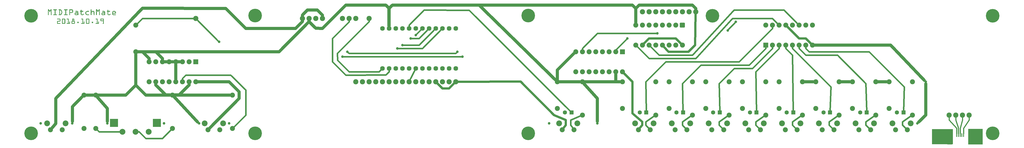
<source format=gtl>
G04 MADE WITH FRITZING*
G04 WWW.FRITZING.ORG*
G04 DOUBLE SIDED*
G04 HOLES PLATED*
G04 CONTOUR ON CENTER OF CONTOUR VECTOR*
%ASAXBY*%
%FSLAX23Y23*%
%MOIN*%
%OFA0B0*%
%SFA1.0B1.0*%
%ADD10C,0.078000*%
%ADD11C,0.039370*%
%ADD12C,0.075000*%
%ADD13C,0.204725*%
%ADD14C,0.087000*%
%ADD15C,0.088000*%
%ADD16C,0.123000*%
%ADD17C,0.062992*%
%ADD18C,0.070361*%
%ADD19R,0.313889X0.225000*%
%ADD20R,0.013780X0.055118*%
%ADD21R,0.075000X0.075000*%
%ADD22R,0.123000X0.123000*%
%ADD23R,0.062992X0.062992*%
%ADD24C,0.048000*%
%ADD25C,0.024000*%
%ADD26C,0.016000*%
%ADD27C,0.032000*%
%ADD28C,0.020000*%
%ADD29R,0.001000X0.001000*%
%LNCOPPER1*%
G90*
G70*
G54D10*
X5230Y1891D03*
X14230Y441D03*
X14130Y441D03*
X14030Y441D03*
X13930Y441D03*
G54D11*
X304Y316D03*
X779Y316D03*
X9555Y1666D03*
X9105Y1591D03*
X5730Y1491D03*
X5655Y1441D03*
X6630Y1316D03*
X4830Y1316D03*
X2980Y1541D03*
X8655Y316D03*
X7930Y316D03*
X13455Y316D03*
X1305Y316D03*
X3130Y316D03*
X2155Y316D03*
X2680Y316D03*
X5930Y1641D03*
X6555Y1391D03*
X4905Y1391D03*
X5855Y1591D03*
G54D12*
X2630Y1241D03*
X2630Y941D03*
X2530Y1241D03*
X2530Y941D03*
X2430Y1241D03*
X2430Y941D03*
X2330Y1241D03*
X2330Y941D03*
X2230Y1241D03*
X2230Y941D03*
X2130Y1241D03*
X2130Y941D03*
X2030Y1241D03*
X2030Y941D03*
X1930Y1241D03*
X1930Y941D03*
X9030Y1391D03*
X9030Y1091D03*
X8930Y1391D03*
X8930Y1091D03*
X8830Y1391D03*
X8830Y1091D03*
X8730Y1391D03*
X8730Y1091D03*
X8630Y1391D03*
X8630Y1091D03*
X8530Y1391D03*
X8530Y1091D03*
X8430Y1391D03*
X8430Y1091D03*
X8330Y1391D03*
X8330Y1091D03*
G54D10*
X2630Y1891D03*
X6530Y941D03*
X6430Y941D03*
X6330Y941D03*
X6230Y941D03*
X6130Y941D03*
X6030Y941D03*
X5930Y941D03*
X5830Y941D03*
X5730Y941D03*
X5630Y941D03*
X5530Y941D03*
X5430Y941D03*
X5330Y941D03*
X5230Y941D03*
X5130Y941D03*
X5030Y941D03*
G54D13*
X14586Y166D03*
X14586Y1931D03*
X10380Y1930D03*
X7617Y166D03*
X3523Y166D03*
X163Y166D03*
X163Y1931D03*
X7619Y1933D03*
X3522Y1932D03*
G54D10*
X10130Y1991D03*
X10030Y1991D03*
X9930Y1991D03*
X9830Y1991D03*
X9730Y1991D03*
X9630Y1991D03*
X9530Y1991D03*
X9430Y1991D03*
X9330Y1991D03*
X4230Y1891D03*
X4330Y1891D03*
X4430Y1891D03*
X4530Y1891D03*
X5030Y1891D03*
X4930Y1891D03*
X4830Y1891D03*
G54D11*
X10610Y1711D03*
X10730Y1841D03*
X13580Y941D03*
G54D12*
X2991Y220D03*
X2814Y220D03*
G54D14*
X3041Y318D03*
X2765Y318D03*
G54D15*
X1530Y191D03*
X1727Y191D03*
X1924Y191D03*
G54D16*
X1406Y322D03*
X2048Y322D03*
G54D12*
X11653Y220D03*
X11476Y220D03*
G54D14*
X11702Y318D03*
X11426Y318D03*
G54D12*
X11102Y220D03*
X10925Y220D03*
G54D14*
X11151Y318D03*
X10875Y318D03*
G54D12*
X10550Y220D03*
X10373Y220D03*
G54D14*
X10600Y318D03*
X10324Y318D03*
G54D12*
X9999Y220D03*
X9822Y220D03*
G54D14*
X10049Y318D03*
X9773Y318D03*
G54D12*
X9448Y220D03*
X9271Y220D03*
G54D14*
X9497Y318D03*
X9222Y318D03*
G54D12*
X8306Y220D03*
X8129Y220D03*
G54D14*
X8356Y318D03*
X8080Y318D03*
G54D12*
X629Y220D03*
X452Y220D03*
G54D14*
X679Y318D03*
X403Y318D03*
G54D12*
X12204Y220D03*
X12027Y220D03*
G54D14*
X12253Y318D03*
X11977Y318D03*
G54D12*
X12755Y220D03*
X12578Y220D03*
G54D14*
X12805Y318D03*
X12529Y318D03*
G54D12*
X13306Y220D03*
X13129Y220D03*
G54D14*
X13356Y318D03*
X13080Y318D03*
G54D12*
X1730Y1791D03*
X1730Y1391D03*
G54D17*
X9389Y481D03*
X9291Y481D03*
X9940Y481D03*
X9842Y481D03*
X10491Y481D03*
X10393Y481D03*
X11043Y481D03*
X10944Y481D03*
X11594Y481D03*
X11495Y481D03*
X12145Y481D03*
X12047Y481D03*
X12696Y481D03*
X12598Y481D03*
X13247Y481D03*
X13149Y481D03*
X8267Y481D03*
X8168Y481D03*
G54D12*
X8055Y941D03*
X8055Y541D03*
X13030Y941D03*
X13030Y541D03*
X12480Y941D03*
X12480Y541D03*
X11930Y941D03*
X11930Y541D03*
X11380Y941D03*
X11380Y541D03*
X10830Y941D03*
X10830Y541D03*
X10280Y941D03*
X10280Y541D03*
X9730Y941D03*
X9730Y541D03*
X9030Y941D03*
X9030Y541D03*
X13380Y441D03*
X13380Y941D03*
X12830Y441D03*
X12830Y941D03*
X12280Y441D03*
X12280Y941D03*
X11730Y441D03*
X11730Y941D03*
X11180Y441D03*
X11180Y941D03*
X10630Y441D03*
X10630Y941D03*
X10080Y441D03*
X10080Y941D03*
X9530Y441D03*
X9530Y941D03*
X8430Y441D03*
X8430Y941D03*
X1130Y241D03*
X1130Y741D03*
X2280Y241D03*
X2280Y741D03*
X3180Y241D03*
X3180Y741D03*
X955Y241D03*
X955Y741D03*
X9930Y1791D03*
X9930Y1491D03*
X9830Y1791D03*
X9830Y1491D03*
X9730Y1791D03*
X9730Y1491D03*
X9630Y1791D03*
X9630Y1491D03*
X9530Y1791D03*
X9530Y1491D03*
X9430Y1791D03*
X9430Y1491D03*
X9330Y1791D03*
X9330Y1491D03*
X9230Y1791D03*
X9230Y1491D03*
X11180Y1491D03*
X11180Y1791D03*
X11280Y1491D03*
X11280Y1791D03*
X11380Y1491D03*
X11380Y1791D03*
X11480Y1491D03*
X11480Y1791D03*
X11580Y1491D03*
X11580Y1791D03*
X11680Y1491D03*
X11680Y1791D03*
X11780Y1491D03*
X11780Y1791D03*
X11880Y1491D03*
X11880Y1791D03*
G54D18*
X5430Y1141D03*
X5530Y1141D03*
X5630Y1141D03*
X5730Y1141D03*
X5830Y1141D03*
X5930Y1141D03*
X6030Y1141D03*
X6130Y1141D03*
X6230Y1141D03*
X6330Y1141D03*
X6430Y1141D03*
X6530Y1141D03*
X5430Y1741D03*
X5530Y1741D03*
X5630Y1741D03*
X5730Y1741D03*
X5830Y1741D03*
X5930Y1741D03*
X6030Y1741D03*
X6130Y1741D03*
X6230Y1741D03*
X6330Y1741D03*
X6430Y1741D03*
X6530Y1741D03*
G54D19*
X13830Y116D03*
G54D20*
X14046Y141D03*
X14149Y141D03*
X14072Y141D03*
X14098Y141D03*
X14123Y141D03*
G54D21*
X2630Y1241D03*
X9030Y1391D03*
G54D22*
X1406Y322D03*
X2048Y322D03*
G54D23*
X9389Y481D03*
X9940Y481D03*
X10491Y481D03*
X11043Y481D03*
X11594Y481D03*
X12145Y481D03*
X12696Y481D03*
X13247Y481D03*
X8267Y481D03*
G54D21*
X11180Y1491D03*
G54D24*
X2330Y981D02*
X2330Y1201D01*
D02*
X8930Y941D02*
X8930Y1051D01*
D02*
X8990Y941D02*
X8930Y941D01*
G54D25*
D02*
X5380Y1091D02*
X5409Y1120D01*
D02*
X4930Y1091D02*
X5380Y1091D01*
D02*
X4757Y1263D02*
X4930Y1091D01*
D02*
X4755Y1366D02*
X4757Y1263D01*
D02*
X5231Y1842D02*
X4755Y1366D01*
D02*
X5230Y1861D02*
X5231Y1842D01*
G54D26*
D02*
X14130Y366D02*
X14098Y244D01*
D02*
X14230Y366D02*
X14149Y244D01*
D02*
X14030Y366D02*
X14073Y244D01*
D02*
X13930Y366D02*
X14046Y244D01*
D02*
X14149Y244D02*
X14149Y163D01*
D02*
X14046Y244D02*
X14046Y163D01*
D02*
X14073Y244D02*
X14072Y163D01*
D02*
X14098Y244D02*
X14098Y163D01*
D02*
X14130Y416D02*
X14130Y366D01*
D02*
X14030Y416D02*
X14030Y366D01*
D02*
X13930Y416D02*
X13930Y366D01*
D02*
X14230Y416D02*
X14230Y366D01*
G54D25*
D02*
X13230Y291D02*
X13285Y239D01*
D02*
X13230Y341D02*
X13230Y291D01*
D02*
X13356Y425D02*
X13230Y341D01*
G54D24*
D02*
X1831Y2043D02*
X531Y691D01*
D02*
X13580Y440D02*
X13580Y911D01*
D02*
X13476Y337D02*
X13580Y440D01*
D02*
X780Y566D02*
X926Y713D01*
D02*
X780Y346D02*
X780Y566D01*
D02*
X4231Y1843D02*
X4128Y1739D01*
D02*
X4128Y1739D02*
X3380Y1739D01*
D02*
X3380Y1739D02*
X3080Y2039D01*
D02*
X3080Y2039D02*
X1831Y2043D01*
D02*
X531Y313D02*
X478Y250D01*
D02*
X531Y691D02*
X531Y313D01*
D02*
X4231Y1850D02*
X4231Y1843D01*
G54D25*
D02*
X1780Y191D02*
X1762Y191D01*
D02*
X1880Y91D02*
X1780Y191D01*
D02*
X2131Y91D02*
X1880Y91D01*
D02*
X2259Y221D02*
X2131Y91D01*
G54D24*
D02*
X2180Y743D02*
X2031Y891D01*
D02*
X2031Y891D02*
X2031Y901D01*
D02*
X2240Y742D02*
X2180Y743D01*
G54D25*
D02*
X8930Y1416D02*
X8930Y1419D01*
D02*
X9091Y1577D02*
X8930Y1416D01*
D02*
X8655Y1666D02*
X8430Y1441D01*
D02*
X8430Y1441D02*
X8430Y1419D01*
D02*
X9536Y1666D02*
X8655Y1666D01*
D02*
X2966Y1554D02*
X2651Y1870D01*
D02*
X6611Y1316D02*
X4848Y1316D01*
D02*
X6030Y1441D02*
X6309Y1720D01*
D02*
X5673Y1441D02*
X6030Y1441D01*
D02*
X5980Y1491D02*
X6209Y1720D01*
D02*
X5748Y1491D02*
X5980Y1491D01*
D02*
X1831Y1891D02*
X1750Y1811D01*
D02*
X2599Y1891D02*
X1831Y1891D01*
D02*
X3380Y816D02*
X3380Y441D01*
D02*
X2431Y991D02*
X2480Y1039D01*
D02*
X3380Y441D02*
X3200Y261D01*
D02*
X3155Y1041D02*
X3380Y816D01*
D02*
X2480Y1039D02*
X3155Y1041D01*
D02*
X2431Y969D02*
X2431Y991D01*
G54D24*
D02*
X2659Y338D02*
X2307Y712D01*
D02*
X1305Y539D02*
X1156Y711D01*
D02*
X1305Y346D02*
X1305Y539D01*
D02*
X8655Y691D02*
X8655Y346D01*
D02*
X8456Y911D02*
X8655Y691D01*
D02*
X5480Y2091D02*
X4880Y2091D01*
D02*
X5531Y2043D02*
X5480Y2091D01*
D02*
X4531Y1739D02*
X4431Y1743D01*
D02*
X4880Y2091D02*
X4531Y1739D01*
D02*
X4431Y1743D02*
X4331Y1839D01*
D02*
X4331Y1839D02*
X4331Y1850D01*
D02*
X5530Y1781D02*
X5531Y2043D01*
D02*
X3880Y1391D02*
X1769Y1391D01*
D02*
X4328Y1839D02*
X3880Y1391D01*
D02*
X4328Y1850D02*
X4328Y1839D01*
D02*
X2169Y1241D02*
X2190Y1241D01*
D02*
X2269Y1241D02*
X2290Y1241D01*
D02*
X2369Y1241D02*
X2390Y1241D01*
G54D25*
D02*
X4930Y1367D02*
X4918Y1378D01*
D02*
X6530Y1367D02*
X4930Y1367D01*
D02*
X6541Y1378D02*
X6530Y1367D01*
D02*
X5943Y1654D02*
X6009Y1720D01*
G54D24*
D02*
X2842Y248D02*
X3280Y691D01*
D02*
X1931Y1291D02*
X1931Y1281D01*
D02*
X2031Y1391D02*
X2131Y1291D01*
D02*
X2131Y1291D02*
X2131Y1281D01*
D02*
X1769Y1391D02*
X2031Y1391D01*
D02*
X1831Y1391D02*
X1931Y1291D01*
D02*
X1769Y1391D02*
X1831Y1391D01*
D02*
X2380Y743D02*
X2531Y891D01*
D02*
X2531Y891D02*
X2531Y901D01*
D02*
X2319Y742D02*
X2380Y743D01*
D02*
X3130Y941D02*
X2669Y941D01*
D02*
X3280Y791D02*
X3130Y941D01*
D02*
X3280Y691D02*
X3280Y791D01*
G54D25*
D02*
X5980Y1591D02*
X6109Y1720D01*
D02*
X5873Y1591D02*
X5980Y1591D01*
G54D24*
D02*
X8055Y1115D02*
X8301Y1363D01*
D02*
X8055Y981D02*
X8055Y1115D01*
G54D27*
D02*
X9328Y291D02*
X9328Y339D01*
D02*
X9328Y339D02*
X9180Y465D01*
D02*
X9180Y465D02*
X9180Y940D01*
D02*
X9180Y940D02*
X9054Y1067D01*
D02*
X9292Y246D02*
X9328Y291D01*
D02*
X8004Y440D02*
X7504Y942D01*
D02*
X8180Y366D02*
X8004Y440D01*
D02*
X8180Y291D02*
X8180Y366D01*
D02*
X7504Y942D02*
X6565Y941D01*
D02*
X8149Y248D02*
X8180Y291D01*
G54D24*
D02*
X12869Y941D02*
X12990Y941D01*
D02*
X11769Y941D02*
X11890Y941D01*
D02*
X8094Y941D02*
X8390Y941D01*
D02*
X8469Y941D02*
X8990Y941D01*
G54D25*
D02*
X12734Y239D02*
X12680Y291D01*
G54D24*
D02*
X12319Y941D02*
X12440Y941D01*
G54D25*
D02*
X12680Y291D02*
X12680Y341D01*
D02*
X12680Y341D02*
X12806Y425D01*
D02*
X10480Y291D02*
X10530Y240D01*
D02*
X10480Y341D02*
X10480Y291D01*
D02*
X10606Y425D02*
X10480Y341D01*
D02*
X11030Y291D02*
X11081Y240D01*
D02*
X11030Y341D02*
X11030Y291D01*
D02*
X11156Y425D02*
X11030Y341D01*
D02*
X11580Y291D02*
X11632Y240D01*
D02*
X11580Y341D02*
X11580Y291D01*
D02*
X11706Y425D02*
X11580Y341D01*
D02*
X12130Y291D02*
X12183Y240D01*
D02*
X12130Y341D02*
X12130Y291D01*
D02*
X12256Y425D02*
X12130Y341D01*
D02*
X9380Y291D02*
X9380Y341D01*
D02*
X9380Y341D02*
X9506Y425D01*
D02*
X9428Y240D02*
X9380Y291D01*
D02*
X9930Y291D02*
X9979Y240D01*
D02*
X9930Y341D02*
X9930Y291D01*
D02*
X10056Y425D02*
X9930Y341D01*
G54D24*
D02*
X4455Y2016D02*
X4530Y1941D01*
D02*
X4530Y1941D02*
X4530Y1932D01*
D02*
X4305Y2016D02*
X4455Y2016D01*
D02*
X4230Y1941D02*
X4305Y2016D01*
D02*
X4230Y1932D02*
X4230Y1941D01*
G54D25*
D02*
X5531Y1091D02*
X5531Y1112D01*
D02*
X4880Y1041D02*
X5480Y1043D01*
D02*
X5480Y1043D02*
X5531Y1091D01*
D02*
X4680Y1241D02*
X4880Y1041D01*
D02*
X4680Y1591D02*
X4680Y1241D01*
D02*
X4930Y1841D02*
X4680Y1591D01*
D02*
X4930Y1861D02*
X4930Y1841D01*
G54D27*
D02*
X6430Y841D02*
X6330Y841D01*
D02*
X6330Y841D02*
X6255Y916D01*
D02*
X6504Y916D02*
X6430Y841D01*
G54D25*
D02*
X5843Y968D02*
X5917Y1115D01*
D02*
X10705Y2017D02*
X10080Y1341D01*
D02*
X10680Y1891D02*
X11280Y1891D01*
D02*
X11454Y2017D02*
X10705Y2017D01*
D02*
X10080Y1341D02*
X9580Y1341D01*
D02*
X9580Y1341D02*
X9450Y1471D01*
D02*
X10130Y1291D02*
X10680Y1891D01*
D02*
X9430Y1291D02*
X10130Y1291D01*
D02*
X9250Y1471D02*
X9430Y1291D01*
D02*
X11280Y1891D02*
X11359Y1811D01*
D02*
X11659Y1811D02*
X11454Y2017D01*
G54D24*
D02*
X5580Y2091D02*
X5528Y2039D01*
D02*
X5528Y2039D02*
X5529Y1781D01*
D02*
X6880Y2091D02*
X5580Y2091D01*
D02*
X8026Y969D02*
X6880Y2091D01*
G54D27*
D02*
X9430Y1591D02*
X9354Y1515D01*
D02*
X9905Y1515D02*
X9830Y1591D01*
D02*
X9830Y1591D02*
X9430Y1591D01*
G54D25*
D02*
X10717Y1827D02*
X10622Y1725D01*
G54D27*
D02*
X10020Y1391D02*
X9720Y1391D01*
D02*
X10120Y1491D02*
X10020Y1391D01*
D02*
X9720Y1391D02*
X9652Y1465D01*
D02*
X10129Y1955D02*
X10120Y1491D01*
G54D24*
D02*
X10131Y2040D02*
X10130Y2032D01*
D02*
X10080Y2091D02*
X10131Y2040D01*
D02*
X9280Y2091D02*
X10080Y2091D01*
D02*
X9231Y2040D02*
X9280Y2091D01*
D02*
X9230Y1831D02*
X9231Y2040D01*
D02*
X9231Y2040D02*
X9230Y1831D01*
D02*
X9180Y2091D02*
X9231Y2040D01*
D02*
X6880Y2091D02*
X9180Y2091D01*
D02*
X8026Y969D02*
X6880Y2091D01*
G54D25*
D02*
X6730Y2013D02*
X6055Y2016D01*
D02*
X5830Y1791D02*
X5830Y1770D01*
D02*
X6055Y2016D02*
X5830Y1791D01*
D02*
X8248Y500D02*
X6730Y2013D01*
G54D24*
D02*
X1731Y891D02*
X1730Y1351D01*
D02*
X1880Y739D02*
X1731Y891D01*
D02*
X1169Y741D02*
X1580Y739D01*
D02*
X1731Y891D02*
X1730Y1351D01*
D02*
X1580Y739D02*
X1731Y891D01*
D02*
X2319Y741D02*
X3140Y741D01*
D02*
X994Y741D02*
X1090Y741D01*
D02*
X2240Y741D02*
X1880Y739D01*
G54D25*
D02*
X9380Y941D02*
X9680Y1241D01*
D02*
X10980Y1141D02*
X10707Y1141D01*
D02*
X10707Y1141D02*
X10480Y913D01*
D02*
X11280Y1441D02*
X10980Y1141D01*
D02*
X11280Y1462D02*
X11280Y1441D01*
D02*
X10480Y913D02*
X10491Y508D01*
D02*
X10930Y1191D02*
X10207Y1191D01*
D02*
X10207Y1191D02*
X9930Y913D01*
D02*
X11180Y1441D02*
X10930Y1191D01*
D02*
X11180Y1462D02*
X11180Y1441D01*
D02*
X9930Y913D02*
X9939Y508D01*
D02*
X9388Y508D02*
X9380Y941D01*
D02*
X11280Y1741D02*
X11280Y1762D01*
D02*
X10780Y1241D02*
X11280Y1741D01*
D02*
X9680Y1241D02*
X10780Y1241D01*
D02*
X11380Y1441D02*
X11380Y1462D01*
D02*
X11030Y1091D02*
X11380Y1441D01*
D02*
X11480Y1441D02*
X11480Y1462D01*
D02*
X11593Y508D02*
X11580Y1341D01*
D02*
X11580Y1341D02*
X11480Y1441D01*
D02*
X11042Y508D02*
X11030Y1091D01*
D02*
X11830Y1391D02*
X12730Y1391D01*
D02*
X12730Y1391D02*
X13257Y863D01*
D02*
X11780Y1441D02*
X11830Y1391D01*
D02*
X12257Y1341D02*
X12680Y913D01*
D02*
X11780Y1341D02*
X12257Y1341D01*
D02*
X11680Y1441D02*
X11780Y1341D01*
D02*
X11880Y1141D02*
X12157Y863D01*
D02*
X11580Y1441D02*
X11880Y1141D01*
D02*
X11680Y1462D02*
X11680Y1441D01*
D02*
X12680Y913D02*
X12695Y508D01*
D02*
X11780Y1462D02*
X11780Y1441D01*
D02*
X13257Y863D02*
X13248Y508D01*
D02*
X11580Y1462D02*
X11580Y1441D01*
D02*
X12157Y863D02*
X12146Y508D01*
G54D24*
D02*
X13055Y1491D02*
X11919Y1491D01*
D02*
X13559Y963D02*
X13055Y1491D01*
G54D25*
D02*
X8255Y366D02*
X8403Y430D01*
D02*
X8255Y291D02*
X8255Y366D01*
D02*
X8290Y243D02*
X8255Y291D01*
D02*
X1180Y191D02*
X1150Y221D01*
D02*
X1494Y191D02*
X1180Y191D01*
G54D27*
D02*
X11780Y1591D02*
X11855Y1515D01*
D02*
X11504Y1767D02*
X11680Y1591D01*
D02*
X11680Y1591D02*
X11780Y1591D01*
G54D28*
X9957Y1763D02*
X9902Y1763D01*
X9902Y1818D01*
X9957Y1818D01*
X9957Y1763D01*
D02*
G54D29*
X415Y2026D02*
X427Y2026D01*
X456Y2026D02*
X468Y2026D01*
X499Y2026D02*
X544Y2026D01*
X580Y2026D02*
X601Y2026D01*
X660Y2026D02*
X705Y2026D01*
X736Y2026D02*
X774Y2026D01*
X1062Y2026D02*
X1062Y2026D01*
X1138Y2026D02*
X1150Y2026D01*
X1179Y2026D02*
X1191Y2026D01*
X414Y2025D02*
X428Y2025D01*
X455Y2025D02*
X469Y2025D01*
X497Y2025D02*
X546Y2025D01*
X577Y2025D02*
X606Y2025D01*
X658Y2025D02*
X707Y2025D01*
X736Y2025D02*
X779Y2025D01*
X1059Y2025D02*
X1065Y2025D01*
X1137Y2025D02*
X1151Y2025D01*
X1178Y2025D02*
X1192Y2025D01*
X414Y2024D02*
X429Y2024D01*
X454Y2024D02*
X469Y2024D01*
X496Y2024D02*
X548Y2024D01*
X576Y2024D02*
X608Y2024D01*
X657Y2024D02*
X708Y2024D01*
X736Y2024D02*
X781Y2024D01*
X1058Y2024D02*
X1066Y2024D01*
X1137Y2024D02*
X1152Y2024D01*
X1177Y2024D02*
X1192Y2024D01*
X414Y2023D02*
X429Y2023D01*
X453Y2023D02*
X469Y2023D01*
X495Y2023D02*
X548Y2023D01*
X576Y2023D02*
X610Y2023D01*
X656Y2023D02*
X709Y2023D01*
X736Y2023D02*
X783Y2023D01*
X1058Y2023D02*
X1066Y2023D01*
X1137Y2023D02*
X1152Y2023D01*
X1176Y2023D02*
X1192Y2023D01*
X414Y2022D02*
X430Y2022D01*
X453Y2022D02*
X469Y2022D01*
X495Y2022D02*
X549Y2022D01*
X575Y2022D02*
X611Y2022D01*
X656Y2022D02*
X709Y2022D01*
X736Y2022D02*
X784Y2022D01*
X1057Y2022D02*
X1067Y2022D01*
X1137Y2022D02*
X1153Y2022D01*
X1176Y2022D02*
X1192Y2022D01*
X414Y2021D02*
X431Y2021D01*
X452Y2021D02*
X469Y2021D01*
X495Y2021D02*
X549Y2021D01*
X575Y2021D02*
X612Y2021D01*
X655Y2021D02*
X710Y2021D01*
X736Y2021D02*
X785Y2021D01*
X911Y2021D02*
X914Y2021D01*
X1057Y2021D02*
X1067Y2021D01*
X1137Y2021D02*
X1154Y2021D01*
X1175Y2021D02*
X1192Y2021D01*
X1312Y2021D02*
X1316Y2021D01*
X414Y2020D02*
X432Y2020D01*
X451Y2020D02*
X469Y2020D01*
X495Y2020D02*
X549Y2020D01*
X575Y2020D02*
X613Y2020D01*
X655Y2020D02*
X710Y2020D01*
X736Y2020D02*
X786Y2020D01*
X909Y2020D02*
X915Y2020D01*
X1057Y2020D02*
X1067Y2020D01*
X1137Y2020D02*
X1155Y2020D01*
X1174Y2020D02*
X1192Y2020D01*
X1311Y2020D02*
X1317Y2020D01*
X414Y2019D02*
X432Y2019D01*
X451Y2019D02*
X469Y2019D01*
X495Y2019D02*
X549Y2019D01*
X575Y2019D02*
X614Y2019D01*
X656Y2019D02*
X709Y2019D01*
X736Y2019D02*
X787Y2019D01*
X908Y2019D02*
X916Y2019D01*
X1057Y2019D02*
X1067Y2019D01*
X1137Y2019D02*
X1155Y2019D01*
X1174Y2019D02*
X1192Y2019D01*
X1310Y2019D02*
X1318Y2019D01*
X414Y2018D02*
X433Y2018D01*
X450Y2018D02*
X469Y2018D01*
X495Y2018D02*
X548Y2018D01*
X576Y2018D02*
X614Y2018D01*
X656Y2018D02*
X709Y2018D01*
X736Y2018D02*
X787Y2018D01*
X908Y2018D02*
X917Y2018D01*
X1057Y2018D02*
X1067Y2018D01*
X1137Y2018D02*
X1156Y2018D01*
X1173Y2018D02*
X1192Y2018D01*
X1309Y2018D02*
X1319Y2018D01*
X414Y2017D02*
X434Y2017D01*
X449Y2017D02*
X469Y2017D01*
X496Y2017D02*
X548Y2017D01*
X576Y2017D02*
X615Y2017D01*
X657Y2017D02*
X708Y2017D01*
X736Y2017D02*
X788Y2017D01*
X908Y2017D02*
X917Y2017D01*
X1057Y2017D02*
X1067Y2017D01*
X1137Y2017D02*
X1157Y2017D01*
X1172Y2017D02*
X1192Y2017D01*
X1309Y2017D02*
X1319Y2017D01*
X414Y2016D02*
X434Y2016D01*
X449Y2016D02*
X469Y2016D01*
X497Y2016D02*
X547Y2016D01*
X577Y2016D02*
X616Y2016D01*
X658Y2016D02*
X707Y2016D01*
X736Y2016D02*
X789Y2016D01*
X907Y2016D02*
X917Y2016D01*
X1057Y2016D02*
X1067Y2016D01*
X1137Y2016D02*
X1157Y2016D01*
X1171Y2016D02*
X1192Y2016D01*
X1309Y2016D02*
X1319Y2016D01*
X414Y2015D02*
X435Y2015D01*
X448Y2015D02*
X469Y2015D01*
X499Y2015D02*
X545Y2015D01*
X579Y2015D02*
X616Y2015D01*
X660Y2015D02*
X705Y2015D01*
X736Y2015D02*
X789Y2015D01*
X907Y2015D02*
X918Y2015D01*
X1057Y2015D02*
X1067Y2015D01*
X1137Y2015D02*
X1158Y2015D01*
X1171Y2015D02*
X1192Y2015D01*
X1309Y2015D02*
X1319Y2015D01*
X414Y2014D02*
X436Y2014D01*
X447Y2014D02*
X469Y2014D01*
X517Y2014D02*
X527Y2014D01*
X586Y2014D02*
X596Y2014D01*
X604Y2014D02*
X617Y2014D01*
X677Y2014D02*
X688Y2014D01*
X736Y2014D02*
X746Y2014D01*
X777Y2014D02*
X789Y2014D01*
X907Y2014D02*
X918Y2014D01*
X1057Y2014D02*
X1067Y2014D01*
X1137Y2014D02*
X1159Y2014D01*
X1170Y2014D02*
X1192Y2014D01*
X1309Y2014D02*
X1319Y2014D01*
X414Y2013D02*
X437Y2013D01*
X446Y2013D02*
X469Y2013D01*
X517Y2013D02*
X527Y2013D01*
X586Y2013D02*
X596Y2013D01*
X605Y2013D02*
X617Y2013D01*
X677Y2013D02*
X688Y2013D01*
X736Y2013D02*
X746Y2013D01*
X778Y2013D02*
X790Y2013D01*
X907Y2013D02*
X918Y2013D01*
X1057Y2013D02*
X1067Y2013D01*
X1137Y2013D02*
X1159Y2013D01*
X1169Y2013D02*
X1192Y2013D01*
X1309Y2013D02*
X1319Y2013D01*
X414Y2012D02*
X437Y2012D01*
X446Y2012D02*
X469Y2012D01*
X517Y2012D02*
X527Y2012D01*
X586Y2012D02*
X596Y2012D01*
X606Y2012D02*
X618Y2012D01*
X677Y2012D02*
X688Y2012D01*
X736Y2012D02*
X746Y2012D01*
X779Y2012D02*
X790Y2012D01*
X907Y2012D02*
X918Y2012D01*
X1057Y2012D02*
X1067Y2012D01*
X1137Y2012D02*
X1160Y2012D01*
X1169Y2012D02*
X1192Y2012D01*
X1309Y2012D02*
X1319Y2012D01*
X414Y2011D02*
X438Y2011D01*
X445Y2011D02*
X469Y2011D01*
X517Y2011D02*
X527Y2011D01*
X586Y2011D02*
X596Y2011D01*
X606Y2011D02*
X618Y2011D01*
X677Y2011D02*
X688Y2011D01*
X736Y2011D02*
X746Y2011D01*
X779Y2011D02*
X790Y2011D01*
X907Y2011D02*
X918Y2011D01*
X1057Y2011D02*
X1067Y2011D01*
X1137Y2011D02*
X1161Y2011D01*
X1168Y2011D02*
X1192Y2011D01*
X1309Y2011D02*
X1319Y2011D01*
X414Y2010D02*
X439Y2010D01*
X444Y2010D02*
X469Y2010D01*
X517Y2010D02*
X527Y2010D01*
X586Y2010D02*
X596Y2010D01*
X607Y2010D02*
X619Y2010D01*
X677Y2010D02*
X688Y2010D01*
X736Y2010D02*
X746Y2010D01*
X780Y2010D02*
X790Y2010D01*
X907Y2010D02*
X918Y2010D01*
X1057Y2010D02*
X1067Y2010D01*
X1137Y2010D02*
X1162Y2010D01*
X1167Y2010D02*
X1192Y2010D01*
X1309Y2010D02*
X1319Y2010D01*
X414Y2009D02*
X425Y2009D01*
X427Y2009D02*
X439Y2009D01*
X444Y2009D02*
X456Y2009D01*
X458Y2009D02*
X469Y2009D01*
X517Y2009D02*
X527Y2009D01*
X586Y2009D02*
X596Y2009D01*
X607Y2009D02*
X619Y2009D01*
X677Y2009D02*
X688Y2009D01*
X736Y2009D02*
X746Y2009D01*
X780Y2009D02*
X790Y2009D01*
X907Y2009D02*
X918Y2009D01*
X1057Y2009D02*
X1067Y2009D01*
X1137Y2009D02*
X1147Y2009D01*
X1149Y2009D02*
X1162Y2009D01*
X1167Y2009D02*
X1179Y2009D01*
X1181Y2009D02*
X1192Y2009D01*
X1309Y2009D02*
X1319Y2009D01*
X414Y2008D02*
X425Y2008D01*
X427Y2008D02*
X440Y2008D01*
X443Y2008D02*
X456Y2008D01*
X458Y2008D02*
X469Y2008D01*
X517Y2008D02*
X527Y2008D01*
X586Y2008D02*
X596Y2008D01*
X608Y2008D02*
X620Y2008D01*
X677Y2008D02*
X688Y2008D01*
X736Y2008D02*
X746Y2008D01*
X780Y2008D02*
X790Y2008D01*
X907Y2008D02*
X918Y2008D01*
X1057Y2008D02*
X1067Y2008D01*
X1137Y2008D02*
X1147Y2008D01*
X1150Y2008D02*
X1163Y2008D01*
X1166Y2008D02*
X1179Y2008D01*
X1181Y2008D02*
X1192Y2008D01*
X1309Y2008D02*
X1319Y2008D01*
X414Y2007D02*
X425Y2007D01*
X428Y2007D02*
X455Y2007D01*
X458Y2007D02*
X469Y2007D01*
X517Y2007D02*
X527Y2007D01*
X586Y2007D02*
X596Y2007D01*
X608Y2007D02*
X620Y2007D01*
X677Y2007D02*
X688Y2007D01*
X736Y2007D02*
X746Y2007D01*
X780Y2007D02*
X790Y2007D01*
X907Y2007D02*
X918Y2007D01*
X1057Y2007D02*
X1067Y2007D01*
X1137Y2007D02*
X1147Y2007D01*
X1151Y2007D02*
X1178Y2007D01*
X1181Y2007D02*
X1192Y2007D01*
X1309Y2007D02*
X1319Y2007D01*
X414Y2006D02*
X425Y2006D01*
X429Y2006D02*
X454Y2006D01*
X458Y2006D02*
X469Y2006D01*
X517Y2006D02*
X527Y2006D01*
X586Y2006D02*
X596Y2006D01*
X609Y2006D02*
X621Y2006D01*
X677Y2006D02*
X688Y2006D01*
X736Y2006D02*
X746Y2006D01*
X780Y2006D02*
X790Y2006D01*
X907Y2006D02*
X918Y2006D01*
X1057Y2006D02*
X1067Y2006D01*
X1137Y2006D02*
X1147Y2006D01*
X1152Y2006D02*
X1177Y2006D01*
X1181Y2006D02*
X1192Y2006D01*
X1309Y2006D02*
X1319Y2006D01*
X414Y2005D02*
X425Y2005D01*
X429Y2005D02*
X453Y2005D01*
X458Y2005D02*
X469Y2005D01*
X517Y2005D02*
X527Y2005D01*
X586Y2005D02*
X596Y2005D01*
X610Y2005D02*
X621Y2005D01*
X677Y2005D02*
X688Y2005D01*
X736Y2005D02*
X746Y2005D01*
X780Y2005D02*
X790Y2005D01*
X907Y2005D02*
X918Y2005D01*
X1057Y2005D02*
X1067Y2005D01*
X1137Y2005D02*
X1147Y2005D01*
X1152Y2005D02*
X1176Y2005D01*
X1181Y2005D02*
X1192Y2005D01*
X1309Y2005D02*
X1319Y2005D01*
X414Y2004D02*
X425Y2004D01*
X430Y2004D02*
X453Y2004D01*
X458Y2004D02*
X469Y2004D01*
X517Y2004D02*
X527Y2004D01*
X586Y2004D02*
X596Y2004D01*
X610Y2004D02*
X622Y2004D01*
X677Y2004D02*
X688Y2004D01*
X736Y2004D02*
X746Y2004D01*
X780Y2004D02*
X790Y2004D01*
X907Y2004D02*
X918Y2004D01*
X1057Y2004D02*
X1067Y2004D01*
X1137Y2004D02*
X1147Y2004D01*
X1153Y2004D02*
X1176Y2004D01*
X1181Y2004D02*
X1192Y2004D01*
X1309Y2004D02*
X1319Y2004D01*
X414Y2003D02*
X425Y2003D01*
X431Y2003D02*
X452Y2003D01*
X458Y2003D02*
X469Y2003D01*
X517Y2003D02*
X527Y2003D01*
X586Y2003D02*
X596Y2003D01*
X611Y2003D02*
X622Y2003D01*
X677Y2003D02*
X688Y2003D01*
X736Y2003D02*
X746Y2003D01*
X780Y2003D02*
X790Y2003D01*
X907Y2003D02*
X918Y2003D01*
X1057Y2003D02*
X1067Y2003D01*
X1137Y2003D02*
X1147Y2003D01*
X1154Y2003D02*
X1175Y2003D01*
X1181Y2003D02*
X1192Y2003D01*
X1309Y2003D02*
X1319Y2003D01*
X414Y2002D02*
X425Y2002D01*
X431Y2002D02*
X451Y2002D01*
X458Y2002D02*
X469Y2002D01*
X517Y2002D02*
X527Y2002D01*
X586Y2002D02*
X596Y2002D01*
X611Y2002D02*
X623Y2002D01*
X677Y2002D02*
X688Y2002D01*
X736Y2002D02*
X746Y2002D01*
X780Y2002D02*
X790Y2002D01*
X830Y2002D02*
X856Y2002D01*
X900Y2002D02*
X942Y2002D01*
X999Y2002D02*
X1028Y2002D01*
X1057Y2002D02*
X1067Y2002D01*
X1084Y2002D02*
X1097Y2002D01*
X1137Y2002D02*
X1147Y2002D01*
X1154Y2002D02*
X1174Y2002D01*
X1181Y2002D02*
X1192Y2002D01*
X1232Y2002D02*
X1258Y2002D01*
X1301Y2002D02*
X1343Y2002D01*
X1395Y2002D02*
X1416Y2002D01*
X414Y2001D02*
X425Y2001D01*
X432Y2001D02*
X451Y2001D01*
X458Y2001D02*
X469Y2001D01*
X517Y2001D02*
X527Y2001D01*
X586Y2001D02*
X596Y2001D01*
X612Y2001D02*
X623Y2001D01*
X677Y2001D02*
X688Y2001D01*
X736Y2001D02*
X746Y2001D01*
X780Y2001D02*
X790Y2001D01*
X829Y2001D02*
X859Y2001D01*
X898Y2001D02*
X943Y2001D01*
X996Y2001D02*
X1029Y2001D01*
X1057Y2001D02*
X1067Y2001D01*
X1081Y2001D02*
X1100Y2001D01*
X1137Y2001D02*
X1147Y2001D01*
X1155Y2001D02*
X1174Y2001D01*
X1181Y2001D02*
X1192Y2001D01*
X1230Y2001D02*
X1261Y2001D01*
X1300Y2001D02*
X1345Y2001D01*
X1392Y2001D02*
X1419Y2001D01*
X414Y2000D02*
X425Y2000D01*
X433Y2000D02*
X450Y2000D01*
X458Y2000D02*
X469Y2000D01*
X517Y2000D02*
X527Y2000D01*
X586Y2000D02*
X596Y2000D01*
X612Y2000D02*
X624Y2000D01*
X677Y2000D02*
X688Y2000D01*
X736Y2000D02*
X746Y2000D01*
X780Y2000D02*
X790Y2000D01*
X828Y2000D02*
X861Y2000D01*
X897Y2000D02*
X944Y2000D01*
X994Y2000D02*
X1030Y2000D01*
X1057Y2000D02*
X1067Y2000D01*
X1079Y2000D02*
X1102Y2000D01*
X1137Y2000D02*
X1147Y2000D01*
X1156Y2000D02*
X1173Y2000D01*
X1181Y2000D02*
X1192Y2000D01*
X1230Y2000D02*
X1263Y2000D01*
X1299Y2000D02*
X1346Y2000D01*
X1390Y2000D02*
X1421Y2000D01*
X414Y1999D02*
X425Y1999D01*
X434Y1999D02*
X449Y1999D01*
X458Y1999D02*
X469Y1999D01*
X517Y1999D02*
X527Y1999D01*
X586Y1999D02*
X596Y1999D01*
X613Y1999D02*
X624Y1999D01*
X677Y1999D02*
X688Y1999D01*
X736Y1999D02*
X746Y1999D01*
X780Y1999D02*
X790Y1999D01*
X827Y1999D02*
X862Y1999D01*
X897Y1999D02*
X944Y1999D01*
X992Y1999D02*
X1030Y1999D01*
X1057Y1999D02*
X1067Y1999D01*
X1077Y1999D02*
X1103Y1999D01*
X1137Y1999D02*
X1147Y1999D01*
X1157Y1999D02*
X1172Y1999D01*
X1181Y1999D02*
X1192Y1999D01*
X1229Y1999D02*
X1264Y1999D01*
X1298Y1999D02*
X1346Y1999D01*
X1389Y1999D02*
X1422Y1999D01*
X414Y1998D02*
X425Y1998D01*
X434Y1998D02*
X449Y1998D01*
X458Y1998D02*
X469Y1998D01*
X517Y1998D02*
X527Y1998D01*
X586Y1998D02*
X596Y1998D01*
X613Y1998D02*
X625Y1998D01*
X677Y1998D02*
X688Y1998D01*
X736Y1998D02*
X746Y1998D01*
X780Y1998D02*
X790Y1998D01*
X827Y1998D02*
X864Y1998D01*
X896Y1998D02*
X945Y1998D01*
X991Y1998D02*
X1031Y1998D01*
X1057Y1998D02*
X1067Y1998D01*
X1076Y1998D02*
X1105Y1998D01*
X1137Y1998D02*
X1147Y1998D01*
X1157Y1998D02*
X1172Y1998D01*
X1181Y1998D02*
X1192Y1998D01*
X1229Y1998D02*
X1265Y1998D01*
X1298Y1998D02*
X1346Y1998D01*
X1388Y1998D02*
X1423Y1998D01*
X414Y1997D02*
X425Y1997D01*
X435Y1997D02*
X448Y1997D01*
X458Y1997D02*
X469Y1997D01*
X517Y1997D02*
X527Y1997D01*
X586Y1997D02*
X596Y1997D01*
X614Y1997D02*
X625Y1997D01*
X677Y1997D02*
X688Y1997D01*
X736Y1997D02*
X746Y1997D01*
X780Y1997D02*
X790Y1997D01*
X827Y1997D02*
X864Y1997D01*
X896Y1997D02*
X945Y1997D01*
X990Y1997D02*
X1031Y1997D01*
X1057Y1997D02*
X1067Y1997D01*
X1074Y1997D02*
X1105Y1997D01*
X1137Y1997D02*
X1147Y1997D01*
X1158Y1997D02*
X1171Y1997D01*
X1181Y1997D02*
X1192Y1997D01*
X1229Y1997D02*
X1266Y1997D01*
X1298Y1997D02*
X1347Y1997D01*
X1386Y1997D02*
X1424Y1997D01*
X414Y1996D02*
X425Y1996D01*
X436Y1996D02*
X447Y1996D01*
X458Y1996D02*
X469Y1996D01*
X517Y1996D02*
X527Y1996D01*
X586Y1996D02*
X596Y1996D01*
X614Y1996D02*
X626Y1996D01*
X677Y1996D02*
X688Y1996D01*
X736Y1996D02*
X746Y1996D01*
X780Y1996D02*
X790Y1996D01*
X827Y1996D02*
X865Y1996D01*
X896Y1996D02*
X945Y1996D01*
X989Y1996D02*
X1031Y1996D01*
X1057Y1996D02*
X1067Y1996D01*
X1073Y1996D02*
X1106Y1996D01*
X1137Y1996D02*
X1147Y1996D01*
X1159Y1996D02*
X1170Y1996D01*
X1181Y1996D02*
X1192Y1996D01*
X1229Y1996D02*
X1267Y1996D01*
X1298Y1996D02*
X1346Y1996D01*
X1385Y1996D02*
X1426Y1996D01*
X414Y1995D02*
X425Y1995D01*
X436Y1995D02*
X447Y1995D01*
X458Y1995D02*
X469Y1995D01*
X517Y1995D02*
X527Y1995D01*
X586Y1995D02*
X596Y1995D01*
X615Y1995D02*
X626Y1995D01*
X677Y1995D02*
X688Y1995D01*
X736Y1995D02*
X746Y1995D01*
X780Y1995D02*
X790Y1995D01*
X827Y1995D02*
X866Y1995D01*
X897Y1995D02*
X945Y1995D01*
X988Y1995D02*
X1031Y1995D01*
X1057Y1995D02*
X1067Y1995D01*
X1071Y1995D02*
X1107Y1995D01*
X1137Y1995D02*
X1147Y1995D01*
X1159Y1995D02*
X1170Y1995D01*
X1181Y1995D02*
X1192Y1995D01*
X1229Y1995D02*
X1268Y1995D01*
X1298Y1995D02*
X1346Y1995D01*
X1384Y1995D02*
X1427Y1995D01*
X414Y1994D02*
X425Y1994D01*
X436Y1994D02*
X447Y1994D01*
X458Y1994D02*
X469Y1994D01*
X517Y1994D02*
X527Y1994D01*
X586Y1994D02*
X596Y1994D01*
X615Y1994D02*
X627Y1994D01*
X677Y1994D02*
X688Y1994D01*
X736Y1994D02*
X746Y1994D01*
X780Y1994D02*
X790Y1994D01*
X828Y1994D02*
X867Y1994D01*
X897Y1994D02*
X944Y1994D01*
X986Y1994D02*
X1030Y1994D01*
X1057Y1994D02*
X1067Y1994D01*
X1070Y1994D02*
X1108Y1994D01*
X1137Y1994D02*
X1147Y1994D01*
X1159Y1994D02*
X1169Y1994D01*
X1181Y1994D02*
X1192Y1994D01*
X1229Y1994D02*
X1268Y1994D01*
X1299Y1994D02*
X1346Y1994D01*
X1383Y1994D02*
X1428Y1994D01*
X414Y1993D02*
X425Y1993D01*
X436Y1993D02*
X447Y1993D01*
X458Y1993D02*
X469Y1993D01*
X517Y1993D02*
X527Y1993D01*
X586Y1993D02*
X596Y1993D01*
X616Y1993D02*
X627Y1993D01*
X677Y1993D02*
X688Y1993D01*
X736Y1993D02*
X746Y1993D01*
X780Y1993D02*
X790Y1993D01*
X829Y1993D02*
X867Y1993D01*
X898Y1993D02*
X943Y1993D01*
X985Y1993D02*
X1029Y1993D01*
X1057Y1993D02*
X1108Y1993D01*
X1137Y1993D02*
X1147Y1993D01*
X1159Y1993D02*
X1169Y1993D01*
X1181Y1993D02*
X1192Y1993D01*
X1230Y1993D02*
X1269Y1993D01*
X1299Y1993D02*
X1345Y1993D01*
X1382Y1993D02*
X1429Y1993D01*
X414Y1992D02*
X425Y1992D01*
X436Y1992D02*
X447Y1992D01*
X458Y1992D02*
X469Y1992D01*
X517Y1992D02*
X527Y1992D01*
X586Y1992D02*
X596Y1992D01*
X616Y1992D02*
X627Y1992D01*
X677Y1992D02*
X688Y1992D01*
X736Y1992D02*
X746Y1992D01*
X780Y1992D02*
X790Y1992D01*
X830Y1992D02*
X868Y1992D01*
X899Y1992D02*
X942Y1992D01*
X984Y1992D02*
X1028Y1992D01*
X1057Y1992D02*
X1109Y1992D01*
X1137Y1992D02*
X1147Y1992D01*
X1159Y1992D02*
X1169Y1992D01*
X1181Y1992D02*
X1192Y1992D01*
X1232Y1992D02*
X1269Y1992D01*
X1301Y1992D02*
X1344Y1992D01*
X1381Y1992D02*
X1429Y1992D01*
X414Y1991D02*
X425Y1991D01*
X436Y1991D02*
X446Y1991D01*
X458Y1991D02*
X469Y1991D01*
X517Y1991D02*
X527Y1991D01*
X586Y1991D02*
X596Y1991D01*
X617Y1991D02*
X628Y1991D01*
X677Y1991D02*
X688Y1991D01*
X736Y1991D02*
X746Y1991D01*
X780Y1991D02*
X790Y1991D01*
X855Y1991D02*
X868Y1991D01*
X907Y1991D02*
X918Y1991D01*
X983Y1991D02*
X1000Y1991D01*
X1057Y1991D02*
X1085Y1991D01*
X1096Y1991D02*
X1109Y1991D01*
X1137Y1991D02*
X1147Y1991D01*
X1159Y1991D02*
X1169Y1991D01*
X1181Y1991D02*
X1192Y1991D01*
X1257Y1991D02*
X1270Y1991D01*
X1309Y1991D02*
X1319Y1991D01*
X1381Y1991D02*
X1396Y1991D01*
X1415Y1991D02*
X1430Y1991D01*
X414Y1990D02*
X425Y1990D01*
X437Y1990D02*
X446Y1990D01*
X458Y1990D02*
X469Y1990D01*
X517Y1990D02*
X527Y1990D01*
X586Y1990D02*
X596Y1990D01*
X617Y1990D02*
X628Y1990D01*
X677Y1990D02*
X688Y1990D01*
X736Y1990D02*
X746Y1990D01*
X780Y1990D02*
X790Y1990D01*
X857Y1990D02*
X868Y1990D01*
X907Y1990D02*
X918Y1990D01*
X982Y1990D02*
X998Y1990D01*
X1057Y1990D02*
X1083Y1990D01*
X1097Y1990D02*
X1109Y1990D01*
X1137Y1990D02*
X1147Y1990D01*
X1160Y1990D02*
X1169Y1990D01*
X1181Y1990D02*
X1192Y1990D01*
X1258Y1990D02*
X1270Y1990D01*
X1309Y1990D02*
X1319Y1990D01*
X1380Y1990D02*
X1394Y1990D01*
X1417Y1990D02*
X1431Y1990D01*
X414Y1989D02*
X425Y1989D01*
X437Y1989D02*
X445Y1989D01*
X458Y1989D02*
X469Y1989D01*
X517Y1989D02*
X527Y1989D01*
X586Y1989D02*
X596Y1989D01*
X618Y1989D02*
X628Y1989D01*
X677Y1989D02*
X688Y1989D01*
X736Y1989D02*
X746Y1989D01*
X780Y1989D02*
X790Y1989D01*
X857Y1989D02*
X869Y1989D01*
X907Y1989D02*
X918Y1989D01*
X981Y1989D02*
X997Y1989D01*
X1057Y1989D02*
X1082Y1989D01*
X1098Y1989D02*
X1110Y1989D01*
X1137Y1989D02*
X1147Y1989D01*
X1160Y1989D02*
X1168Y1989D01*
X1181Y1989D02*
X1192Y1989D01*
X1259Y1989D02*
X1270Y1989D01*
X1309Y1989D02*
X1319Y1989D01*
X1380Y1989D02*
X1393Y1989D01*
X1418Y1989D02*
X1431Y1989D01*
X414Y1988D02*
X425Y1988D01*
X438Y1988D02*
X445Y1988D01*
X458Y1988D02*
X469Y1988D01*
X517Y1988D02*
X527Y1988D01*
X586Y1988D02*
X596Y1988D01*
X618Y1988D02*
X629Y1988D01*
X677Y1988D02*
X688Y1988D01*
X736Y1988D02*
X746Y1988D01*
X780Y1988D02*
X790Y1988D01*
X858Y1988D02*
X869Y1988D01*
X907Y1988D02*
X918Y1988D01*
X980Y1988D02*
X996Y1988D01*
X1057Y1988D02*
X1080Y1988D01*
X1099Y1988D02*
X1110Y1988D01*
X1137Y1988D02*
X1147Y1988D01*
X1161Y1988D02*
X1168Y1988D01*
X1181Y1988D02*
X1192Y1988D01*
X1260Y1988D02*
X1270Y1988D01*
X1309Y1988D02*
X1319Y1988D01*
X1379Y1988D02*
X1392Y1988D01*
X1419Y1988D02*
X1432Y1988D01*
X414Y1987D02*
X425Y1987D01*
X440Y1987D02*
X443Y1987D01*
X458Y1987D02*
X469Y1987D01*
X517Y1987D02*
X527Y1987D01*
X586Y1987D02*
X596Y1987D01*
X618Y1987D02*
X629Y1987D01*
X677Y1987D02*
X688Y1987D01*
X736Y1987D02*
X746Y1987D01*
X779Y1987D02*
X790Y1987D01*
X858Y1987D02*
X869Y1987D01*
X907Y1987D02*
X918Y1987D01*
X979Y1987D02*
X995Y1987D01*
X1057Y1987D02*
X1079Y1987D01*
X1099Y1987D02*
X1110Y1987D01*
X1137Y1987D02*
X1147Y1987D01*
X1163Y1987D02*
X1166Y1987D01*
X1181Y1987D02*
X1192Y1987D01*
X1260Y1987D02*
X1270Y1987D01*
X1309Y1987D02*
X1319Y1987D01*
X1379Y1987D02*
X1391Y1987D01*
X1420Y1987D02*
X1432Y1987D01*
X414Y1986D02*
X425Y1986D01*
X458Y1986D02*
X469Y1986D01*
X517Y1986D02*
X527Y1986D01*
X586Y1986D02*
X596Y1986D01*
X619Y1986D02*
X629Y1986D01*
X677Y1986D02*
X688Y1986D01*
X736Y1986D02*
X746Y1986D01*
X779Y1986D02*
X790Y1986D01*
X858Y1986D02*
X869Y1986D01*
X907Y1986D02*
X918Y1986D01*
X979Y1986D02*
X994Y1986D01*
X1057Y1986D02*
X1077Y1986D01*
X1100Y1986D02*
X1110Y1986D01*
X1137Y1986D02*
X1147Y1986D01*
X1181Y1986D02*
X1192Y1986D01*
X1260Y1986D02*
X1270Y1986D01*
X1309Y1986D02*
X1319Y1986D01*
X1379Y1986D02*
X1390Y1986D01*
X1421Y1986D02*
X1432Y1986D01*
X414Y1985D02*
X425Y1985D01*
X458Y1985D02*
X469Y1985D01*
X517Y1985D02*
X527Y1985D01*
X586Y1985D02*
X596Y1985D01*
X619Y1985D02*
X629Y1985D01*
X677Y1985D02*
X688Y1985D01*
X736Y1985D02*
X746Y1985D01*
X778Y1985D02*
X789Y1985D01*
X859Y1985D02*
X869Y1985D01*
X907Y1985D02*
X918Y1985D01*
X978Y1985D02*
X993Y1985D01*
X1057Y1985D02*
X1075Y1985D01*
X1100Y1985D02*
X1110Y1985D01*
X1137Y1985D02*
X1147Y1985D01*
X1181Y1985D02*
X1192Y1985D01*
X1260Y1985D02*
X1271Y1985D01*
X1309Y1985D02*
X1319Y1985D01*
X1378Y1985D02*
X1389Y1985D01*
X1422Y1985D02*
X1432Y1985D01*
X414Y1984D02*
X425Y1984D01*
X458Y1984D02*
X469Y1984D01*
X517Y1984D02*
X527Y1984D01*
X586Y1984D02*
X596Y1984D01*
X619Y1984D02*
X629Y1984D01*
X677Y1984D02*
X688Y1984D01*
X736Y1984D02*
X746Y1984D01*
X776Y1984D02*
X789Y1984D01*
X859Y1984D02*
X869Y1984D01*
X907Y1984D02*
X918Y1984D01*
X978Y1984D02*
X991Y1984D01*
X1057Y1984D02*
X1074Y1984D01*
X1100Y1984D02*
X1110Y1984D01*
X1137Y1984D02*
X1147Y1984D01*
X1181Y1984D02*
X1192Y1984D01*
X1260Y1984D02*
X1271Y1984D01*
X1309Y1984D02*
X1319Y1984D01*
X1378Y1984D02*
X1389Y1984D01*
X1422Y1984D02*
X1432Y1984D01*
X414Y1983D02*
X425Y1983D01*
X458Y1983D02*
X469Y1983D01*
X517Y1983D02*
X527Y1983D01*
X586Y1983D02*
X596Y1983D01*
X619Y1983D02*
X629Y1983D01*
X677Y1983D02*
X688Y1983D01*
X736Y1983D02*
X789Y1983D01*
X859Y1983D02*
X869Y1983D01*
X907Y1983D02*
X918Y1983D01*
X978Y1983D02*
X990Y1983D01*
X1057Y1983D02*
X1072Y1983D01*
X1100Y1983D02*
X1110Y1983D01*
X1137Y1983D02*
X1147Y1983D01*
X1181Y1983D02*
X1192Y1983D01*
X1260Y1983D02*
X1271Y1983D01*
X1309Y1983D02*
X1319Y1983D01*
X1378Y1983D02*
X1389Y1983D01*
X1422Y1983D02*
X1433Y1983D01*
X414Y1982D02*
X425Y1982D01*
X458Y1982D02*
X469Y1982D01*
X517Y1982D02*
X527Y1982D01*
X586Y1982D02*
X596Y1982D01*
X619Y1982D02*
X629Y1982D01*
X677Y1982D02*
X688Y1982D01*
X736Y1982D02*
X788Y1982D01*
X859Y1982D02*
X869Y1982D01*
X907Y1982D02*
X918Y1982D01*
X977Y1982D02*
X989Y1982D01*
X1057Y1982D02*
X1071Y1982D01*
X1100Y1982D02*
X1110Y1982D01*
X1137Y1982D02*
X1147Y1982D01*
X1181Y1982D02*
X1192Y1982D01*
X1260Y1982D02*
X1271Y1982D01*
X1309Y1982D02*
X1319Y1982D01*
X1378Y1982D02*
X1388Y1982D01*
X1422Y1982D02*
X1433Y1982D01*
X414Y1981D02*
X425Y1981D01*
X458Y1981D02*
X469Y1981D01*
X517Y1981D02*
X527Y1981D01*
X586Y1981D02*
X596Y1981D01*
X619Y1981D02*
X629Y1981D01*
X677Y1981D02*
X688Y1981D01*
X736Y1981D02*
X788Y1981D01*
X859Y1981D02*
X869Y1981D01*
X907Y1981D02*
X918Y1981D01*
X977Y1981D02*
X988Y1981D01*
X1057Y1981D02*
X1069Y1981D01*
X1100Y1981D02*
X1110Y1981D01*
X1137Y1981D02*
X1147Y1981D01*
X1181Y1981D02*
X1192Y1981D01*
X1260Y1981D02*
X1271Y1981D01*
X1309Y1981D02*
X1319Y1981D01*
X1378Y1981D02*
X1388Y1981D01*
X1422Y1981D02*
X1433Y1981D01*
X414Y1980D02*
X425Y1980D01*
X458Y1980D02*
X469Y1980D01*
X517Y1980D02*
X527Y1980D01*
X586Y1980D02*
X596Y1980D01*
X619Y1980D02*
X629Y1980D01*
X677Y1980D02*
X688Y1980D01*
X736Y1980D02*
X787Y1980D01*
X859Y1980D02*
X869Y1980D01*
X907Y1980D02*
X918Y1980D01*
X977Y1980D02*
X987Y1980D01*
X1057Y1980D02*
X1068Y1980D01*
X1100Y1980D02*
X1110Y1980D01*
X1137Y1980D02*
X1147Y1980D01*
X1181Y1980D02*
X1192Y1980D01*
X1260Y1980D02*
X1271Y1980D01*
X1309Y1980D02*
X1319Y1980D01*
X1378Y1980D02*
X1388Y1980D01*
X1422Y1980D02*
X1433Y1980D01*
X414Y1979D02*
X425Y1979D01*
X458Y1979D02*
X469Y1979D01*
X517Y1979D02*
X527Y1979D01*
X586Y1979D02*
X596Y1979D01*
X618Y1979D02*
X629Y1979D01*
X677Y1979D02*
X688Y1979D01*
X736Y1979D02*
X786Y1979D01*
X859Y1979D02*
X869Y1979D01*
X907Y1979D02*
X918Y1979D01*
X977Y1979D02*
X987Y1979D01*
X1057Y1979D02*
X1067Y1979D01*
X1100Y1979D02*
X1110Y1979D01*
X1137Y1979D02*
X1147Y1979D01*
X1181Y1979D02*
X1192Y1979D01*
X1260Y1979D02*
X1271Y1979D01*
X1309Y1979D02*
X1319Y1979D01*
X1378Y1979D02*
X1388Y1979D01*
X1422Y1979D02*
X1433Y1979D01*
X414Y1978D02*
X425Y1978D01*
X458Y1978D02*
X469Y1978D01*
X517Y1978D02*
X527Y1978D01*
X586Y1978D02*
X596Y1978D01*
X618Y1978D02*
X629Y1978D01*
X677Y1978D02*
X688Y1978D01*
X736Y1978D02*
X785Y1978D01*
X827Y1978D02*
X869Y1978D01*
X907Y1978D02*
X918Y1978D01*
X977Y1978D02*
X987Y1978D01*
X1057Y1978D02*
X1067Y1978D01*
X1100Y1978D02*
X1110Y1978D01*
X1137Y1978D02*
X1147Y1978D01*
X1181Y1978D02*
X1192Y1978D01*
X1229Y1978D02*
X1271Y1978D01*
X1309Y1978D02*
X1319Y1978D01*
X1378Y1978D02*
X1388Y1978D01*
X1422Y1978D02*
X1433Y1978D01*
X414Y1977D02*
X425Y1977D01*
X458Y1977D02*
X469Y1977D01*
X517Y1977D02*
X527Y1977D01*
X586Y1977D02*
X596Y1977D01*
X618Y1977D02*
X629Y1977D01*
X677Y1977D02*
X688Y1977D01*
X736Y1977D02*
X784Y1977D01*
X825Y1977D02*
X869Y1977D01*
X907Y1977D02*
X918Y1977D01*
X977Y1977D02*
X987Y1977D01*
X1057Y1977D02*
X1067Y1977D01*
X1100Y1977D02*
X1110Y1977D01*
X1137Y1977D02*
X1147Y1977D01*
X1181Y1977D02*
X1192Y1977D01*
X1226Y1977D02*
X1271Y1977D01*
X1309Y1977D02*
X1319Y1977D01*
X1378Y1977D02*
X1388Y1977D01*
X1422Y1977D02*
X1433Y1977D01*
X414Y1976D02*
X425Y1976D01*
X458Y1976D02*
X469Y1976D01*
X517Y1976D02*
X527Y1976D01*
X586Y1976D02*
X596Y1976D01*
X617Y1976D02*
X628Y1976D01*
X677Y1976D02*
X688Y1976D01*
X736Y1976D02*
X783Y1976D01*
X823Y1976D02*
X869Y1976D01*
X907Y1976D02*
X918Y1976D01*
X977Y1976D02*
X987Y1976D01*
X1057Y1976D02*
X1067Y1976D01*
X1100Y1976D02*
X1110Y1976D01*
X1137Y1976D02*
X1147Y1976D01*
X1181Y1976D02*
X1192Y1976D01*
X1225Y1976D02*
X1271Y1976D01*
X1309Y1976D02*
X1319Y1976D01*
X1378Y1976D02*
X1388Y1976D01*
X1422Y1976D02*
X1433Y1976D01*
X414Y1975D02*
X425Y1975D01*
X458Y1975D02*
X469Y1975D01*
X517Y1975D02*
X527Y1975D01*
X586Y1975D02*
X596Y1975D01*
X617Y1975D02*
X628Y1975D01*
X677Y1975D02*
X688Y1975D01*
X736Y1975D02*
X782Y1975D01*
X822Y1975D02*
X869Y1975D01*
X907Y1975D02*
X918Y1975D01*
X977Y1975D02*
X987Y1975D01*
X1057Y1975D02*
X1067Y1975D01*
X1100Y1975D02*
X1110Y1975D01*
X1137Y1975D02*
X1147Y1975D01*
X1181Y1975D02*
X1192Y1975D01*
X1224Y1975D02*
X1271Y1975D01*
X1309Y1975D02*
X1319Y1975D01*
X1378Y1975D02*
X1388Y1975D01*
X1422Y1975D02*
X1433Y1975D01*
X414Y1974D02*
X425Y1974D01*
X458Y1974D02*
X469Y1974D01*
X517Y1974D02*
X527Y1974D01*
X586Y1974D02*
X596Y1974D01*
X616Y1974D02*
X628Y1974D01*
X677Y1974D02*
X688Y1974D01*
X736Y1974D02*
X780Y1974D01*
X821Y1974D02*
X869Y1974D01*
X907Y1974D02*
X918Y1974D01*
X977Y1974D02*
X987Y1974D01*
X1057Y1974D02*
X1067Y1974D01*
X1100Y1974D02*
X1110Y1974D01*
X1137Y1974D02*
X1147Y1974D01*
X1181Y1974D02*
X1192Y1974D01*
X1222Y1974D02*
X1271Y1974D01*
X1309Y1974D02*
X1319Y1974D01*
X1378Y1974D02*
X1433Y1974D01*
X414Y1973D02*
X425Y1973D01*
X458Y1973D02*
X469Y1973D01*
X517Y1973D02*
X527Y1973D01*
X586Y1973D02*
X596Y1973D01*
X616Y1973D02*
X627Y1973D01*
X677Y1973D02*
X688Y1973D01*
X736Y1973D02*
X777Y1973D01*
X820Y1973D02*
X869Y1973D01*
X907Y1973D02*
X918Y1973D01*
X977Y1973D02*
X987Y1973D01*
X1057Y1973D02*
X1067Y1973D01*
X1100Y1973D02*
X1110Y1973D01*
X1137Y1973D02*
X1147Y1973D01*
X1181Y1973D02*
X1192Y1973D01*
X1222Y1973D02*
X1271Y1973D01*
X1309Y1973D02*
X1319Y1973D01*
X1378Y1973D02*
X1433Y1973D01*
X414Y1972D02*
X425Y1972D01*
X458Y1972D02*
X469Y1972D01*
X517Y1972D02*
X527Y1972D01*
X586Y1972D02*
X596Y1972D01*
X615Y1972D02*
X627Y1972D01*
X677Y1972D02*
X688Y1972D01*
X736Y1972D02*
X746Y1972D01*
X819Y1972D02*
X869Y1972D01*
X907Y1972D02*
X918Y1972D01*
X977Y1972D02*
X987Y1972D01*
X1057Y1972D02*
X1067Y1972D01*
X1100Y1972D02*
X1110Y1972D01*
X1137Y1972D02*
X1147Y1972D01*
X1181Y1972D02*
X1192Y1972D01*
X1221Y1972D02*
X1271Y1972D01*
X1309Y1972D02*
X1319Y1972D01*
X1378Y1972D02*
X1433Y1972D01*
X414Y1971D02*
X425Y1971D01*
X458Y1971D02*
X469Y1971D01*
X517Y1971D02*
X527Y1971D01*
X586Y1971D02*
X596Y1971D01*
X615Y1971D02*
X626Y1971D01*
X677Y1971D02*
X688Y1971D01*
X736Y1971D02*
X746Y1971D01*
X818Y1971D02*
X869Y1971D01*
X907Y1971D02*
X918Y1971D01*
X977Y1971D02*
X987Y1971D01*
X1057Y1971D02*
X1067Y1971D01*
X1100Y1971D02*
X1110Y1971D01*
X1137Y1971D02*
X1147Y1971D01*
X1181Y1971D02*
X1192Y1971D01*
X1220Y1971D02*
X1271Y1971D01*
X1309Y1971D02*
X1319Y1971D01*
X1378Y1971D02*
X1433Y1971D01*
X414Y1970D02*
X425Y1970D01*
X458Y1970D02*
X469Y1970D01*
X517Y1970D02*
X527Y1970D01*
X586Y1970D02*
X596Y1970D01*
X614Y1970D02*
X626Y1970D01*
X677Y1970D02*
X688Y1970D01*
X736Y1970D02*
X746Y1970D01*
X818Y1970D02*
X869Y1970D01*
X907Y1970D02*
X918Y1970D01*
X977Y1970D02*
X987Y1970D01*
X1057Y1970D02*
X1067Y1970D01*
X1100Y1970D02*
X1110Y1970D01*
X1137Y1970D02*
X1147Y1970D01*
X1181Y1970D02*
X1192Y1970D01*
X1220Y1970D02*
X1271Y1970D01*
X1309Y1970D02*
X1319Y1970D01*
X1378Y1970D02*
X1433Y1970D01*
X414Y1969D02*
X425Y1969D01*
X458Y1969D02*
X469Y1969D01*
X517Y1969D02*
X527Y1969D01*
X586Y1969D02*
X596Y1969D01*
X614Y1969D02*
X625Y1969D01*
X677Y1969D02*
X688Y1969D01*
X736Y1969D02*
X746Y1969D01*
X817Y1969D02*
X869Y1969D01*
X907Y1969D02*
X918Y1969D01*
X977Y1969D02*
X987Y1969D01*
X1057Y1969D02*
X1067Y1969D01*
X1100Y1969D02*
X1110Y1969D01*
X1137Y1969D02*
X1147Y1969D01*
X1181Y1969D02*
X1192Y1969D01*
X1219Y1969D02*
X1271Y1969D01*
X1309Y1969D02*
X1319Y1969D01*
X1378Y1969D02*
X1433Y1969D01*
X414Y1968D02*
X425Y1968D01*
X458Y1968D02*
X469Y1968D01*
X517Y1968D02*
X527Y1968D01*
X586Y1968D02*
X596Y1968D01*
X613Y1968D02*
X625Y1968D01*
X677Y1968D02*
X688Y1968D01*
X736Y1968D02*
X746Y1968D01*
X817Y1968D02*
X869Y1968D01*
X907Y1968D02*
X918Y1968D01*
X977Y1968D02*
X987Y1968D01*
X1057Y1968D02*
X1067Y1968D01*
X1100Y1968D02*
X1110Y1968D01*
X1137Y1968D02*
X1147Y1968D01*
X1181Y1968D02*
X1192Y1968D01*
X1219Y1968D02*
X1271Y1968D01*
X1309Y1968D02*
X1319Y1968D01*
X1378Y1968D02*
X1433Y1968D01*
X414Y1967D02*
X425Y1967D01*
X458Y1967D02*
X469Y1967D01*
X517Y1967D02*
X527Y1967D01*
X586Y1967D02*
X596Y1967D01*
X613Y1967D02*
X624Y1967D01*
X677Y1967D02*
X688Y1967D01*
X736Y1967D02*
X746Y1967D01*
X817Y1967D02*
X829Y1967D01*
X856Y1967D02*
X870Y1967D01*
X907Y1967D02*
X918Y1967D01*
X977Y1967D02*
X987Y1967D01*
X1057Y1967D02*
X1067Y1967D01*
X1100Y1967D02*
X1110Y1967D01*
X1137Y1967D02*
X1147Y1967D01*
X1181Y1967D02*
X1192Y1967D01*
X1218Y1967D02*
X1231Y1967D01*
X1258Y1967D02*
X1271Y1967D01*
X1309Y1967D02*
X1319Y1967D01*
X1378Y1967D02*
X1432Y1967D01*
X414Y1966D02*
X425Y1966D01*
X458Y1966D02*
X469Y1966D01*
X517Y1966D02*
X527Y1966D01*
X586Y1966D02*
X596Y1966D01*
X612Y1966D02*
X624Y1966D01*
X677Y1966D02*
X688Y1966D01*
X736Y1966D02*
X746Y1966D01*
X816Y1966D02*
X828Y1966D01*
X858Y1966D02*
X870Y1966D01*
X907Y1966D02*
X918Y1966D01*
X977Y1966D02*
X987Y1966D01*
X1057Y1966D02*
X1067Y1966D01*
X1100Y1966D02*
X1110Y1966D01*
X1137Y1966D02*
X1147Y1966D01*
X1181Y1966D02*
X1192Y1966D01*
X1218Y1966D02*
X1229Y1966D01*
X1259Y1966D02*
X1271Y1966D01*
X1309Y1966D02*
X1319Y1966D01*
X1378Y1966D02*
X1432Y1966D01*
X414Y1965D02*
X425Y1965D01*
X458Y1965D02*
X469Y1965D01*
X517Y1965D02*
X527Y1965D01*
X586Y1965D02*
X596Y1965D01*
X612Y1965D02*
X623Y1965D01*
X677Y1965D02*
X688Y1965D01*
X736Y1965D02*
X746Y1965D01*
X816Y1965D02*
X827Y1965D01*
X859Y1965D02*
X870Y1965D01*
X907Y1965D02*
X918Y1965D01*
X977Y1965D02*
X987Y1965D01*
X1057Y1965D02*
X1067Y1965D01*
X1100Y1965D02*
X1111Y1965D01*
X1137Y1965D02*
X1147Y1965D01*
X1181Y1965D02*
X1192Y1965D01*
X1218Y1965D02*
X1229Y1965D01*
X1260Y1965D02*
X1271Y1965D01*
X1309Y1965D02*
X1319Y1965D01*
X1378Y1965D02*
X1431Y1965D01*
X414Y1964D02*
X425Y1964D01*
X458Y1964D02*
X469Y1964D01*
X517Y1964D02*
X527Y1964D01*
X586Y1964D02*
X596Y1964D01*
X611Y1964D02*
X623Y1964D01*
X677Y1964D02*
X688Y1964D01*
X736Y1964D02*
X746Y1964D01*
X816Y1964D02*
X827Y1964D01*
X859Y1964D02*
X870Y1964D01*
X907Y1964D02*
X918Y1964D01*
X977Y1964D02*
X987Y1964D01*
X1057Y1964D02*
X1067Y1964D01*
X1100Y1964D02*
X1111Y1964D01*
X1137Y1964D02*
X1147Y1964D01*
X1181Y1964D02*
X1192Y1964D01*
X1218Y1964D02*
X1228Y1964D01*
X1261Y1964D02*
X1271Y1964D01*
X1309Y1964D02*
X1319Y1964D01*
X1378Y1964D02*
X1430Y1964D01*
X414Y1963D02*
X425Y1963D01*
X458Y1963D02*
X469Y1963D01*
X517Y1963D02*
X527Y1963D01*
X586Y1963D02*
X596Y1963D01*
X611Y1963D02*
X622Y1963D01*
X677Y1963D02*
X688Y1963D01*
X736Y1963D02*
X746Y1963D01*
X816Y1963D02*
X826Y1963D01*
X859Y1963D02*
X870Y1963D01*
X907Y1963D02*
X918Y1963D01*
X977Y1963D02*
X987Y1963D01*
X1057Y1963D02*
X1067Y1963D01*
X1100Y1963D02*
X1111Y1963D01*
X1137Y1963D02*
X1147Y1963D01*
X1181Y1963D02*
X1192Y1963D01*
X1218Y1963D02*
X1228Y1963D01*
X1261Y1963D02*
X1271Y1963D01*
X1309Y1963D02*
X1319Y1963D01*
X1378Y1963D02*
X1427Y1963D01*
X414Y1962D02*
X425Y1962D01*
X458Y1962D02*
X469Y1962D01*
X517Y1962D02*
X527Y1962D01*
X586Y1962D02*
X596Y1962D01*
X610Y1962D02*
X622Y1962D01*
X677Y1962D02*
X688Y1962D01*
X736Y1962D02*
X746Y1962D01*
X816Y1962D02*
X826Y1962D01*
X859Y1962D02*
X870Y1962D01*
X907Y1962D02*
X918Y1962D01*
X977Y1962D02*
X987Y1962D01*
X1057Y1962D02*
X1067Y1962D01*
X1100Y1962D02*
X1111Y1962D01*
X1137Y1962D02*
X1147Y1962D01*
X1181Y1962D02*
X1192Y1962D01*
X1218Y1962D02*
X1228Y1962D01*
X1261Y1962D02*
X1271Y1962D01*
X1309Y1962D02*
X1319Y1962D01*
X1378Y1962D02*
X1388Y1962D01*
X414Y1961D02*
X425Y1961D01*
X458Y1961D02*
X469Y1961D01*
X517Y1961D02*
X527Y1961D01*
X586Y1961D02*
X596Y1961D01*
X610Y1961D02*
X621Y1961D01*
X677Y1961D02*
X688Y1961D01*
X736Y1961D02*
X746Y1961D01*
X816Y1961D02*
X826Y1961D01*
X859Y1961D02*
X870Y1961D01*
X907Y1961D02*
X918Y1961D01*
X977Y1961D02*
X988Y1961D01*
X1057Y1961D02*
X1067Y1961D01*
X1100Y1961D02*
X1111Y1961D01*
X1137Y1961D02*
X1147Y1961D01*
X1181Y1961D02*
X1192Y1961D01*
X1218Y1961D02*
X1228Y1961D01*
X1261Y1961D02*
X1271Y1961D01*
X1309Y1961D02*
X1319Y1961D01*
X1378Y1961D02*
X1388Y1961D01*
X414Y1960D02*
X425Y1960D01*
X458Y1960D02*
X469Y1960D01*
X517Y1960D02*
X527Y1960D01*
X586Y1960D02*
X596Y1960D01*
X609Y1960D02*
X621Y1960D01*
X677Y1960D02*
X688Y1960D01*
X736Y1960D02*
X746Y1960D01*
X816Y1960D02*
X826Y1960D01*
X859Y1960D02*
X870Y1960D01*
X907Y1960D02*
X918Y1960D01*
X946Y1960D02*
X946Y1960D01*
X977Y1960D02*
X989Y1960D01*
X1057Y1960D02*
X1067Y1960D01*
X1101Y1960D02*
X1111Y1960D01*
X1137Y1960D02*
X1147Y1960D01*
X1181Y1960D02*
X1192Y1960D01*
X1218Y1960D02*
X1228Y1960D01*
X1261Y1960D02*
X1271Y1960D01*
X1309Y1960D02*
X1319Y1960D01*
X1347Y1960D02*
X1347Y1960D01*
X1378Y1960D02*
X1388Y1960D01*
X414Y1959D02*
X425Y1959D01*
X458Y1959D02*
X469Y1959D01*
X517Y1959D02*
X527Y1959D01*
X586Y1959D02*
X596Y1959D01*
X609Y1959D02*
X620Y1959D01*
X677Y1959D02*
X688Y1959D01*
X736Y1959D02*
X746Y1959D01*
X816Y1959D02*
X826Y1959D01*
X859Y1959D02*
X870Y1959D01*
X907Y1959D02*
X918Y1959D01*
X943Y1959D02*
X948Y1959D01*
X977Y1959D02*
X990Y1959D01*
X1057Y1959D02*
X1067Y1959D01*
X1101Y1959D02*
X1111Y1959D01*
X1137Y1959D02*
X1147Y1959D01*
X1181Y1959D02*
X1192Y1959D01*
X1218Y1959D02*
X1228Y1959D01*
X1261Y1959D02*
X1271Y1959D01*
X1309Y1959D02*
X1319Y1959D01*
X1345Y1959D02*
X1350Y1959D01*
X1378Y1959D02*
X1389Y1959D01*
X414Y1958D02*
X425Y1958D01*
X458Y1958D02*
X469Y1958D01*
X517Y1958D02*
X527Y1958D01*
X586Y1958D02*
X596Y1958D01*
X608Y1958D02*
X620Y1958D01*
X677Y1958D02*
X688Y1958D01*
X736Y1958D02*
X746Y1958D01*
X816Y1958D02*
X826Y1958D01*
X859Y1958D02*
X870Y1958D01*
X907Y1958D02*
X918Y1958D01*
X942Y1958D02*
X949Y1958D01*
X978Y1958D02*
X991Y1958D01*
X1057Y1958D02*
X1067Y1958D01*
X1101Y1958D02*
X1111Y1958D01*
X1137Y1958D02*
X1147Y1958D01*
X1181Y1958D02*
X1192Y1958D01*
X1218Y1958D02*
X1228Y1958D01*
X1261Y1958D02*
X1271Y1958D01*
X1309Y1958D02*
X1319Y1958D01*
X1344Y1958D02*
X1351Y1958D01*
X1378Y1958D02*
X1389Y1958D01*
X414Y1957D02*
X425Y1957D01*
X458Y1957D02*
X469Y1957D01*
X517Y1957D02*
X527Y1957D01*
X586Y1957D02*
X596Y1957D01*
X608Y1957D02*
X619Y1957D01*
X677Y1957D02*
X688Y1957D01*
X736Y1957D02*
X746Y1957D01*
X816Y1957D02*
X826Y1957D01*
X858Y1957D02*
X870Y1957D01*
X907Y1957D02*
X918Y1957D01*
X941Y1957D02*
X950Y1957D01*
X978Y1957D02*
X992Y1957D01*
X1057Y1957D02*
X1067Y1957D01*
X1101Y1957D02*
X1111Y1957D01*
X1137Y1957D02*
X1147Y1957D01*
X1181Y1957D02*
X1192Y1957D01*
X1218Y1957D02*
X1228Y1957D01*
X1260Y1957D02*
X1272Y1957D01*
X1309Y1957D02*
X1319Y1957D01*
X1343Y1957D02*
X1352Y1957D01*
X1378Y1957D02*
X1389Y1957D01*
X414Y1956D02*
X425Y1956D01*
X458Y1956D02*
X469Y1956D01*
X517Y1956D02*
X527Y1956D01*
X586Y1956D02*
X596Y1956D01*
X607Y1956D02*
X619Y1956D01*
X677Y1956D02*
X688Y1956D01*
X736Y1956D02*
X746Y1956D01*
X816Y1956D02*
X826Y1956D01*
X857Y1956D02*
X870Y1956D01*
X907Y1956D02*
X918Y1956D01*
X941Y1956D02*
X950Y1956D01*
X979Y1956D02*
X994Y1956D01*
X1057Y1956D02*
X1067Y1956D01*
X1101Y1956D02*
X1111Y1956D01*
X1137Y1956D02*
X1147Y1956D01*
X1181Y1956D02*
X1192Y1956D01*
X1218Y1956D02*
X1228Y1956D01*
X1258Y1956D02*
X1272Y1956D01*
X1309Y1956D02*
X1319Y1956D01*
X1342Y1956D02*
X1352Y1956D01*
X1379Y1956D02*
X1390Y1956D01*
X414Y1955D02*
X425Y1955D01*
X458Y1955D02*
X469Y1955D01*
X517Y1955D02*
X527Y1955D01*
X586Y1955D02*
X596Y1955D01*
X607Y1955D02*
X618Y1955D01*
X677Y1955D02*
X688Y1955D01*
X736Y1955D02*
X746Y1955D01*
X816Y1955D02*
X826Y1955D01*
X855Y1955D02*
X870Y1955D01*
X907Y1955D02*
X918Y1955D01*
X940Y1955D02*
X951Y1955D01*
X979Y1955D02*
X995Y1955D01*
X1057Y1955D02*
X1067Y1955D01*
X1101Y1955D02*
X1111Y1955D01*
X1137Y1955D02*
X1147Y1955D01*
X1181Y1955D02*
X1192Y1955D01*
X1218Y1955D02*
X1228Y1955D01*
X1257Y1955D02*
X1272Y1955D01*
X1309Y1955D02*
X1319Y1955D01*
X1342Y1955D02*
X1352Y1955D01*
X1379Y1955D02*
X1391Y1955D01*
X414Y1954D02*
X425Y1954D01*
X458Y1954D02*
X469Y1954D01*
X517Y1954D02*
X527Y1954D01*
X586Y1954D02*
X596Y1954D01*
X606Y1954D02*
X618Y1954D01*
X677Y1954D02*
X688Y1954D01*
X736Y1954D02*
X746Y1954D01*
X816Y1954D02*
X827Y1954D01*
X853Y1954D02*
X870Y1954D01*
X907Y1954D02*
X918Y1954D01*
X940Y1954D02*
X951Y1954D01*
X980Y1954D02*
X996Y1954D01*
X1057Y1954D02*
X1067Y1954D01*
X1101Y1954D02*
X1111Y1954D01*
X1137Y1954D02*
X1147Y1954D01*
X1181Y1954D02*
X1192Y1954D01*
X1218Y1954D02*
X1228Y1954D01*
X1255Y1954D02*
X1272Y1954D01*
X1309Y1954D02*
X1320Y1954D01*
X1341Y1954D02*
X1352Y1954D01*
X1379Y1954D02*
X1392Y1954D01*
X414Y1953D02*
X425Y1953D01*
X458Y1953D02*
X469Y1953D01*
X517Y1953D02*
X527Y1953D01*
X586Y1953D02*
X596Y1953D01*
X606Y1953D02*
X617Y1953D01*
X677Y1953D02*
X688Y1953D01*
X736Y1953D02*
X746Y1953D01*
X816Y1953D02*
X827Y1953D01*
X852Y1953D02*
X870Y1953D01*
X908Y1953D02*
X919Y1953D01*
X939Y1953D02*
X950Y1953D01*
X981Y1953D02*
X997Y1953D01*
X1057Y1953D02*
X1067Y1953D01*
X1101Y1953D02*
X1111Y1953D01*
X1137Y1953D02*
X1147Y1953D01*
X1181Y1953D02*
X1192Y1953D01*
X1218Y1953D02*
X1229Y1953D01*
X1253Y1953D02*
X1272Y1953D01*
X1309Y1953D02*
X1320Y1953D01*
X1341Y1953D02*
X1352Y1953D01*
X1379Y1953D02*
X1393Y1953D01*
X414Y1952D02*
X425Y1952D01*
X458Y1952D02*
X469Y1952D01*
X517Y1952D02*
X527Y1952D01*
X586Y1952D02*
X596Y1952D01*
X605Y1952D02*
X617Y1952D01*
X677Y1952D02*
X688Y1952D01*
X736Y1952D02*
X746Y1952D01*
X816Y1952D02*
X828Y1952D01*
X850Y1952D02*
X870Y1952D01*
X908Y1952D02*
X919Y1952D01*
X938Y1952D02*
X950Y1952D01*
X982Y1952D02*
X998Y1952D01*
X1057Y1952D02*
X1067Y1952D01*
X1101Y1952D02*
X1111Y1952D01*
X1137Y1952D02*
X1147Y1952D01*
X1181Y1952D02*
X1192Y1952D01*
X1218Y1952D02*
X1230Y1952D01*
X1251Y1952D02*
X1272Y1952D01*
X1309Y1952D02*
X1321Y1952D01*
X1340Y1952D02*
X1352Y1952D01*
X1380Y1952D02*
X1394Y1952D01*
X414Y1951D02*
X425Y1951D01*
X458Y1951D02*
X469Y1951D01*
X517Y1951D02*
X527Y1951D01*
X586Y1951D02*
X596Y1951D01*
X603Y1951D02*
X616Y1951D01*
X677Y1951D02*
X688Y1951D01*
X736Y1951D02*
X746Y1951D01*
X817Y1951D02*
X830Y1951D01*
X848Y1951D02*
X870Y1951D01*
X908Y1951D02*
X921Y1951D01*
X937Y1951D02*
X950Y1951D01*
X983Y1951D02*
X1000Y1951D01*
X1057Y1951D02*
X1067Y1951D01*
X1101Y1951D02*
X1111Y1951D01*
X1137Y1951D02*
X1147Y1951D01*
X1181Y1951D02*
X1192Y1951D01*
X1218Y1951D02*
X1231Y1951D01*
X1250Y1951D02*
X1272Y1951D01*
X1310Y1951D02*
X1323Y1951D01*
X1338Y1951D02*
X1352Y1951D01*
X1381Y1951D02*
X1396Y1951D01*
X414Y1950D02*
X425Y1950D01*
X458Y1950D02*
X469Y1950D01*
X498Y1950D02*
X546Y1950D01*
X578Y1950D02*
X616Y1950D01*
X658Y1950D02*
X706Y1950D01*
X736Y1950D02*
X746Y1950D01*
X817Y1950D02*
X870Y1950D01*
X908Y1950D02*
X949Y1950D01*
X984Y1950D02*
X1028Y1950D01*
X1057Y1950D02*
X1067Y1950D01*
X1101Y1950D02*
X1111Y1950D01*
X1137Y1950D02*
X1147Y1950D01*
X1181Y1950D02*
X1192Y1950D01*
X1219Y1950D02*
X1272Y1950D01*
X1310Y1950D02*
X1351Y1950D01*
X1381Y1950D02*
X1429Y1950D01*
X414Y1949D02*
X425Y1949D01*
X458Y1949D02*
X469Y1949D01*
X496Y1949D02*
X547Y1949D01*
X577Y1949D02*
X615Y1949D01*
X657Y1949D02*
X708Y1949D01*
X736Y1949D02*
X746Y1949D01*
X818Y1949D02*
X870Y1949D01*
X909Y1949D02*
X949Y1949D01*
X985Y1949D02*
X1029Y1949D01*
X1057Y1949D02*
X1067Y1949D01*
X1101Y1949D02*
X1111Y1949D01*
X1137Y1949D02*
X1147Y1949D01*
X1181Y1949D02*
X1192Y1949D01*
X1219Y1949D02*
X1272Y1949D01*
X1311Y1949D02*
X1351Y1949D01*
X1382Y1949D02*
X1431Y1949D01*
X414Y1948D02*
X425Y1948D01*
X458Y1948D02*
X469Y1948D01*
X496Y1948D02*
X548Y1948D01*
X576Y1948D02*
X615Y1948D01*
X656Y1948D02*
X709Y1948D01*
X736Y1948D02*
X746Y1948D01*
X818Y1948D02*
X870Y1948D01*
X909Y1948D02*
X948Y1948D01*
X987Y1948D02*
X1030Y1948D01*
X1057Y1948D02*
X1067Y1948D01*
X1101Y1948D02*
X1111Y1948D01*
X1137Y1948D02*
X1147Y1948D01*
X1181Y1948D02*
X1192Y1948D01*
X1220Y1948D02*
X1272Y1948D01*
X1311Y1948D02*
X1350Y1948D01*
X1383Y1948D02*
X1432Y1948D01*
X414Y1947D02*
X425Y1947D01*
X458Y1947D02*
X469Y1947D01*
X495Y1947D02*
X549Y1947D01*
X575Y1947D02*
X614Y1947D01*
X656Y1947D02*
X709Y1947D01*
X736Y1947D02*
X746Y1947D01*
X819Y1947D02*
X870Y1947D01*
X910Y1947D02*
X948Y1947D01*
X988Y1947D02*
X1031Y1947D01*
X1057Y1947D02*
X1067Y1947D01*
X1101Y1947D02*
X1111Y1947D01*
X1137Y1947D02*
X1147Y1947D01*
X1181Y1947D02*
X1192Y1947D01*
X1220Y1947D02*
X1272Y1947D01*
X1312Y1947D02*
X1349Y1947D01*
X1384Y1947D02*
X1432Y1947D01*
X414Y1946D02*
X425Y1946D01*
X458Y1946D02*
X469Y1946D01*
X495Y1946D02*
X549Y1946D01*
X575Y1946D02*
X614Y1946D01*
X655Y1946D02*
X709Y1946D01*
X736Y1946D02*
X746Y1946D01*
X819Y1946D02*
X870Y1946D01*
X911Y1946D02*
X947Y1946D01*
X989Y1946D02*
X1031Y1946D01*
X1057Y1946D02*
X1067Y1946D01*
X1101Y1946D02*
X1111Y1946D01*
X1137Y1946D02*
X1147Y1946D01*
X1181Y1946D02*
X1192Y1946D01*
X1221Y1946D02*
X1272Y1946D01*
X1312Y1946D02*
X1349Y1946D01*
X1385Y1946D02*
X1432Y1946D01*
X414Y1945D02*
X425Y1945D01*
X458Y1945D02*
X469Y1945D01*
X495Y1945D02*
X549Y1945D01*
X575Y1945D02*
X613Y1945D01*
X655Y1945D02*
X710Y1945D01*
X736Y1945D02*
X746Y1945D01*
X820Y1945D02*
X870Y1945D01*
X912Y1945D02*
X946Y1945D01*
X990Y1945D02*
X1031Y1945D01*
X1057Y1945D02*
X1067Y1945D01*
X1101Y1945D02*
X1111Y1945D01*
X1137Y1945D02*
X1147Y1945D01*
X1181Y1945D02*
X1192Y1945D01*
X1222Y1945D02*
X1272Y1945D01*
X1313Y1945D02*
X1348Y1945D01*
X1386Y1945D02*
X1433Y1945D01*
X415Y1944D02*
X424Y1944D01*
X459Y1944D02*
X469Y1944D01*
X495Y1944D02*
X549Y1944D01*
X575Y1944D02*
X612Y1944D01*
X656Y1944D02*
X710Y1944D01*
X736Y1944D02*
X746Y1944D01*
X821Y1944D02*
X857Y1944D01*
X860Y1944D02*
X870Y1944D01*
X913Y1944D02*
X945Y1944D01*
X991Y1944D02*
X1031Y1944D01*
X1057Y1944D02*
X1067Y1944D01*
X1101Y1944D02*
X1111Y1944D01*
X1137Y1944D02*
X1147Y1944D01*
X1182Y1944D02*
X1191Y1944D01*
X1223Y1944D02*
X1259Y1944D01*
X1262Y1944D02*
X1272Y1944D01*
X1314Y1944D02*
X1347Y1944D01*
X1387Y1944D02*
X1432Y1944D01*
X415Y1943D02*
X424Y1943D01*
X459Y1943D02*
X468Y1943D01*
X495Y1943D02*
X549Y1943D01*
X575Y1943D02*
X611Y1943D01*
X656Y1943D02*
X709Y1943D01*
X736Y1943D02*
X745Y1943D01*
X822Y1943D02*
X856Y1943D01*
X860Y1943D02*
X870Y1943D01*
X914Y1943D02*
X944Y1943D01*
X992Y1943D02*
X1031Y1943D01*
X1057Y1943D02*
X1067Y1943D01*
X1101Y1943D02*
X1111Y1943D01*
X1138Y1943D02*
X1147Y1943D01*
X1182Y1943D02*
X1191Y1943D01*
X1224Y1943D02*
X1257Y1943D01*
X1262Y1943D02*
X1272Y1943D01*
X1315Y1943D02*
X1346Y1943D01*
X1389Y1943D02*
X1432Y1943D01*
X415Y1942D02*
X424Y1942D01*
X459Y1942D02*
X468Y1942D01*
X496Y1942D02*
X548Y1942D01*
X576Y1942D02*
X609Y1942D01*
X656Y1942D02*
X709Y1942D01*
X737Y1942D02*
X745Y1942D01*
X824Y1942D02*
X854Y1942D01*
X861Y1942D02*
X869Y1942D01*
X915Y1942D02*
X943Y1942D01*
X994Y1942D02*
X1030Y1942D01*
X1058Y1942D02*
X1066Y1942D01*
X1102Y1942D02*
X1110Y1942D01*
X1138Y1942D02*
X1146Y1942D01*
X1182Y1942D02*
X1191Y1942D01*
X1225Y1942D02*
X1256Y1942D01*
X1263Y1942D02*
X1271Y1942D01*
X1317Y1942D02*
X1344Y1942D01*
X1390Y1942D02*
X1432Y1942D01*
X416Y1941D02*
X423Y1941D01*
X460Y1941D02*
X467Y1941D01*
X496Y1941D02*
X547Y1941D01*
X577Y1941D02*
X607Y1941D01*
X657Y1941D02*
X708Y1941D01*
X737Y1941D02*
X744Y1941D01*
X826Y1941D02*
X852Y1941D01*
X862Y1941D02*
X868Y1941D01*
X917Y1941D02*
X941Y1941D01*
X996Y1941D02*
X1029Y1941D01*
X1059Y1941D02*
X1065Y1941D01*
X1103Y1941D02*
X1109Y1941D01*
X1139Y1941D02*
X1146Y1941D01*
X1183Y1941D02*
X1190Y1941D01*
X1227Y1941D02*
X1254Y1941D01*
X1263Y1941D02*
X1270Y1941D01*
X1319Y1941D02*
X1342Y1941D01*
X1392Y1941D02*
X1431Y1941D01*
X418Y1940D02*
X421Y1940D01*
X462Y1940D02*
X465Y1940D01*
X498Y1940D02*
X546Y1940D01*
X578Y1940D02*
X605Y1940D01*
X658Y1940D02*
X706Y1940D01*
X739Y1940D02*
X743Y1940D01*
X828Y1940D02*
X850Y1940D01*
X863Y1940D02*
X867Y1940D01*
X920Y1940D02*
X938Y1940D01*
X999Y1940D02*
X1028Y1940D01*
X1060Y1940D02*
X1064Y1940D01*
X1104Y1940D02*
X1108Y1940D01*
X1140Y1940D02*
X1144Y1940D01*
X1185Y1940D02*
X1188Y1940D01*
X1230Y1940D02*
X1252Y1940D01*
X1265Y1940D02*
X1269Y1940D01*
X1321Y1940D02*
X1340Y1940D01*
X1394Y1940D02*
X1429Y1940D01*
X554Y1886D02*
X594Y1886D01*
X630Y1886D02*
X666Y1886D01*
X698Y1886D02*
X725Y1886D01*
X781Y1886D02*
X805Y1886D01*
X915Y1886D02*
X942Y1886D01*
X991Y1886D02*
X1028Y1886D01*
X1132Y1886D02*
X1159Y1886D01*
X1205Y1886D02*
X1248Y1886D01*
X553Y1885D02*
X596Y1885D01*
X628Y1885D02*
X668Y1885D01*
X697Y1885D02*
X725Y1885D01*
X780Y1885D02*
X806Y1885D01*
X914Y1885D02*
X942Y1885D01*
X990Y1885D02*
X1030Y1885D01*
X1131Y1885D02*
X1159Y1885D01*
X1203Y1885D02*
X1250Y1885D01*
X552Y1884D02*
X597Y1884D01*
X627Y1884D02*
X669Y1884D01*
X697Y1884D02*
X725Y1884D01*
X779Y1884D02*
X807Y1884D01*
X914Y1884D02*
X942Y1884D01*
X988Y1884D02*
X1031Y1884D01*
X1130Y1884D02*
X1159Y1884D01*
X1203Y1884D02*
X1250Y1884D01*
X552Y1883D02*
X598Y1883D01*
X626Y1883D02*
X670Y1883D01*
X696Y1883D02*
X725Y1883D01*
X779Y1883D02*
X807Y1883D01*
X913Y1883D02*
X942Y1883D01*
X988Y1883D02*
X1032Y1883D01*
X1130Y1883D02*
X1159Y1883D01*
X1202Y1883D02*
X1251Y1883D01*
X552Y1882D02*
X599Y1882D01*
X625Y1882D02*
X671Y1882D01*
X696Y1882D02*
X725Y1882D01*
X778Y1882D02*
X807Y1882D01*
X913Y1882D02*
X942Y1882D01*
X987Y1882D02*
X1032Y1882D01*
X1130Y1882D02*
X1159Y1882D01*
X1202Y1882D02*
X1251Y1882D01*
X552Y1881D02*
X599Y1881D01*
X625Y1881D02*
X672Y1881D01*
X696Y1881D02*
X725Y1881D01*
X778Y1881D02*
X807Y1881D01*
X913Y1881D02*
X942Y1881D01*
X986Y1881D02*
X1033Y1881D01*
X1130Y1881D02*
X1159Y1881D01*
X1202Y1881D02*
X1251Y1881D01*
X552Y1880D02*
X600Y1880D01*
X624Y1880D02*
X672Y1880D01*
X696Y1880D02*
X725Y1880D01*
X778Y1880D02*
X807Y1880D01*
X913Y1880D02*
X942Y1880D01*
X986Y1880D02*
X1033Y1880D01*
X1130Y1880D02*
X1159Y1880D01*
X1202Y1880D02*
X1251Y1880D01*
X552Y1879D02*
X600Y1879D01*
X624Y1879D02*
X672Y1879D01*
X697Y1879D02*
X725Y1879D01*
X778Y1879D02*
X807Y1879D01*
X914Y1879D02*
X942Y1879D01*
X986Y1879D02*
X1034Y1879D01*
X1131Y1879D02*
X1159Y1879D01*
X1202Y1879D02*
X1251Y1879D01*
X553Y1878D02*
X600Y1878D01*
X624Y1878D02*
X672Y1878D01*
X698Y1878D02*
X725Y1878D01*
X778Y1878D02*
X807Y1878D01*
X915Y1878D02*
X942Y1878D01*
X985Y1878D02*
X1034Y1878D01*
X1132Y1878D02*
X1159Y1878D01*
X1202Y1878D02*
X1251Y1878D01*
X555Y1877D02*
X600Y1877D01*
X624Y1877D02*
X673Y1877D01*
X700Y1877D02*
X725Y1877D01*
X778Y1877D02*
X807Y1877D01*
X917Y1877D02*
X942Y1877D01*
X985Y1877D02*
X1034Y1877D01*
X1134Y1877D02*
X1159Y1877D01*
X1202Y1877D02*
X1251Y1877D01*
X591Y1876D02*
X600Y1876D01*
X624Y1876D02*
X633Y1876D01*
X663Y1876D02*
X673Y1876D01*
X716Y1876D02*
X725Y1876D01*
X778Y1876D02*
X787Y1876D01*
X798Y1876D02*
X807Y1876D01*
X933Y1876D02*
X942Y1876D01*
X985Y1876D02*
X994Y1876D01*
X1025Y1876D02*
X1034Y1876D01*
X1150Y1876D02*
X1159Y1876D01*
X1202Y1876D02*
X1211Y1876D01*
X1242Y1876D02*
X1251Y1876D01*
X591Y1875D02*
X600Y1875D01*
X624Y1875D02*
X633Y1875D01*
X663Y1875D02*
X673Y1875D01*
X716Y1875D02*
X725Y1875D01*
X778Y1875D02*
X787Y1875D01*
X798Y1875D02*
X807Y1875D01*
X933Y1875D02*
X942Y1875D01*
X985Y1875D02*
X994Y1875D01*
X1025Y1875D02*
X1034Y1875D01*
X1150Y1875D02*
X1159Y1875D01*
X1202Y1875D02*
X1211Y1875D01*
X1242Y1875D02*
X1251Y1875D01*
X591Y1874D02*
X600Y1874D01*
X624Y1874D02*
X633Y1874D01*
X663Y1874D02*
X673Y1874D01*
X716Y1874D02*
X725Y1874D01*
X778Y1874D02*
X787Y1874D01*
X798Y1874D02*
X807Y1874D01*
X933Y1874D02*
X942Y1874D01*
X985Y1874D02*
X994Y1874D01*
X1025Y1874D02*
X1034Y1874D01*
X1150Y1874D02*
X1159Y1874D01*
X1202Y1874D02*
X1211Y1874D01*
X1242Y1874D02*
X1251Y1874D01*
X591Y1873D02*
X600Y1873D01*
X624Y1873D02*
X633Y1873D01*
X663Y1873D02*
X673Y1873D01*
X716Y1873D02*
X725Y1873D01*
X778Y1873D02*
X787Y1873D01*
X798Y1873D02*
X807Y1873D01*
X933Y1873D02*
X942Y1873D01*
X985Y1873D02*
X994Y1873D01*
X1025Y1873D02*
X1034Y1873D01*
X1150Y1873D02*
X1159Y1873D01*
X1202Y1873D02*
X1211Y1873D01*
X1242Y1873D02*
X1251Y1873D01*
X591Y1872D02*
X600Y1872D01*
X624Y1872D02*
X633Y1872D01*
X663Y1872D02*
X673Y1872D01*
X716Y1872D02*
X725Y1872D01*
X778Y1872D02*
X787Y1872D01*
X798Y1872D02*
X807Y1872D01*
X933Y1872D02*
X942Y1872D01*
X985Y1872D02*
X994Y1872D01*
X1025Y1872D02*
X1034Y1872D01*
X1150Y1872D02*
X1159Y1872D01*
X1202Y1872D02*
X1211Y1872D01*
X1242Y1872D02*
X1251Y1872D01*
X591Y1871D02*
X600Y1871D01*
X624Y1871D02*
X633Y1871D01*
X663Y1871D02*
X673Y1871D01*
X716Y1871D02*
X725Y1871D01*
X778Y1871D02*
X787Y1871D01*
X798Y1871D02*
X807Y1871D01*
X933Y1871D02*
X942Y1871D01*
X985Y1871D02*
X994Y1871D01*
X1025Y1871D02*
X1034Y1871D01*
X1150Y1871D02*
X1159Y1871D01*
X1202Y1871D02*
X1211Y1871D01*
X1242Y1871D02*
X1251Y1871D01*
X591Y1870D02*
X600Y1870D01*
X624Y1870D02*
X633Y1870D01*
X663Y1870D02*
X673Y1870D01*
X716Y1870D02*
X725Y1870D01*
X778Y1870D02*
X787Y1870D01*
X798Y1870D02*
X807Y1870D01*
X933Y1870D02*
X942Y1870D01*
X985Y1870D02*
X994Y1870D01*
X1025Y1870D02*
X1034Y1870D01*
X1150Y1870D02*
X1159Y1870D01*
X1202Y1870D02*
X1211Y1870D01*
X1242Y1870D02*
X1251Y1870D01*
X591Y1869D02*
X600Y1869D01*
X624Y1869D02*
X633Y1869D01*
X663Y1869D02*
X673Y1869D01*
X716Y1869D02*
X725Y1869D01*
X778Y1869D02*
X787Y1869D01*
X798Y1869D02*
X807Y1869D01*
X933Y1869D02*
X942Y1869D01*
X985Y1869D02*
X994Y1869D01*
X1025Y1869D02*
X1034Y1869D01*
X1150Y1869D02*
X1159Y1869D01*
X1202Y1869D02*
X1211Y1869D01*
X1242Y1869D02*
X1251Y1869D01*
X591Y1868D02*
X600Y1868D01*
X624Y1868D02*
X633Y1868D01*
X663Y1868D02*
X673Y1868D01*
X716Y1868D02*
X725Y1868D01*
X778Y1868D02*
X787Y1868D01*
X798Y1868D02*
X807Y1868D01*
X933Y1868D02*
X942Y1868D01*
X985Y1868D02*
X994Y1868D01*
X1025Y1868D02*
X1034Y1868D01*
X1150Y1868D02*
X1159Y1868D01*
X1202Y1868D02*
X1211Y1868D01*
X1242Y1868D02*
X1251Y1868D01*
X591Y1867D02*
X600Y1867D01*
X624Y1867D02*
X633Y1867D01*
X663Y1867D02*
X673Y1867D01*
X716Y1867D02*
X725Y1867D01*
X778Y1867D02*
X787Y1867D01*
X798Y1867D02*
X807Y1867D01*
X933Y1867D02*
X942Y1867D01*
X985Y1867D02*
X994Y1867D01*
X1025Y1867D02*
X1034Y1867D01*
X1150Y1867D02*
X1159Y1867D01*
X1202Y1867D02*
X1211Y1867D01*
X1242Y1867D02*
X1251Y1867D01*
X591Y1866D02*
X600Y1866D01*
X624Y1866D02*
X633Y1866D01*
X663Y1866D02*
X673Y1866D01*
X716Y1866D02*
X725Y1866D01*
X778Y1866D02*
X787Y1866D01*
X798Y1866D02*
X807Y1866D01*
X933Y1866D02*
X942Y1866D01*
X985Y1866D02*
X994Y1866D01*
X1025Y1866D02*
X1034Y1866D01*
X1150Y1866D02*
X1159Y1866D01*
X1202Y1866D02*
X1211Y1866D01*
X1242Y1866D02*
X1251Y1866D01*
X591Y1865D02*
X600Y1865D01*
X624Y1865D02*
X633Y1865D01*
X663Y1865D02*
X673Y1865D01*
X716Y1865D02*
X725Y1865D01*
X778Y1865D02*
X787Y1865D01*
X798Y1865D02*
X807Y1865D01*
X933Y1865D02*
X942Y1865D01*
X985Y1865D02*
X994Y1865D01*
X1025Y1865D02*
X1034Y1865D01*
X1150Y1865D02*
X1159Y1865D01*
X1202Y1865D02*
X1211Y1865D01*
X1242Y1865D02*
X1251Y1865D01*
X591Y1864D02*
X600Y1864D01*
X624Y1864D02*
X633Y1864D01*
X663Y1864D02*
X673Y1864D01*
X716Y1864D02*
X725Y1864D01*
X778Y1864D02*
X787Y1864D01*
X798Y1864D02*
X807Y1864D01*
X933Y1864D02*
X942Y1864D01*
X985Y1864D02*
X994Y1864D01*
X1025Y1864D02*
X1034Y1864D01*
X1150Y1864D02*
X1159Y1864D01*
X1202Y1864D02*
X1211Y1864D01*
X1242Y1864D02*
X1251Y1864D01*
X591Y1863D02*
X600Y1863D01*
X624Y1863D02*
X633Y1863D01*
X663Y1863D02*
X673Y1863D01*
X716Y1863D02*
X725Y1863D01*
X778Y1863D02*
X787Y1863D01*
X798Y1863D02*
X807Y1863D01*
X933Y1863D02*
X942Y1863D01*
X985Y1863D02*
X994Y1863D01*
X1025Y1863D02*
X1034Y1863D01*
X1150Y1863D02*
X1159Y1863D01*
X1202Y1863D02*
X1211Y1863D01*
X1242Y1863D02*
X1251Y1863D01*
X591Y1862D02*
X600Y1862D01*
X624Y1862D02*
X633Y1862D01*
X663Y1862D02*
X673Y1862D01*
X716Y1862D02*
X725Y1862D01*
X778Y1862D02*
X787Y1862D01*
X798Y1862D02*
X807Y1862D01*
X933Y1862D02*
X942Y1862D01*
X985Y1862D02*
X994Y1862D01*
X1025Y1862D02*
X1034Y1862D01*
X1150Y1862D02*
X1159Y1862D01*
X1202Y1862D02*
X1211Y1862D01*
X1242Y1862D02*
X1251Y1862D01*
X591Y1861D02*
X600Y1861D01*
X624Y1861D02*
X633Y1861D01*
X663Y1861D02*
X673Y1861D01*
X716Y1861D02*
X725Y1861D01*
X778Y1861D02*
X787Y1861D01*
X798Y1861D02*
X807Y1861D01*
X933Y1861D02*
X942Y1861D01*
X985Y1861D02*
X994Y1861D01*
X1025Y1861D02*
X1034Y1861D01*
X1150Y1861D02*
X1159Y1861D01*
X1202Y1861D02*
X1251Y1861D01*
X591Y1860D02*
X600Y1860D01*
X624Y1860D02*
X633Y1860D01*
X663Y1860D02*
X673Y1860D01*
X716Y1860D02*
X725Y1860D01*
X778Y1860D02*
X787Y1860D01*
X798Y1860D02*
X807Y1860D01*
X933Y1860D02*
X942Y1860D01*
X985Y1860D02*
X994Y1860D01*
X1025Y1860D02*
X1034Y1860D01*
X1150Y1860D02*
X1159Y1860D01*
X1202Y1860D02*
X1251Y1860D01*
X591Y1859D02*
X600Y1859D01*
X624Y1859D02*
X633Y1859D01*
X663Y1859D02*
X673Y1859D01*
X716Y1859D02*
X725Y1859D01*
X778Y1859D02*
X787Y1859D01*
X798Y1859D02*
X807Y1859D01*
X933Y1859D02*
X942Y1859D01*
X985Y1859D02*
X994Y1859D01*
X1025Y1859D02*
X1034Y1859D01*
X1150Y1859D02*
X1159Y1859D01*
X1202Y1859D02*
X1251Y1859D01*
X591Y1858D02*
X600Y1858D01*
X624Y1858D02*
X633Y1858D01*
X663Y1858D02*
X673Y1858D01*
X716Y1858D02*
X725Y1858D01*
X778Y1858D02*
X787Y1858D01*
X798Y1858D02*
X807Y1858D01*
X933Y1858D02*
X942Y1858D01*
X985Y1858D02*
X994Y1858D01*
X1025Y1858D02*
X1034Y1858D01*
X1150Y1858D02*
X1159Y1858D01*
X1202Y1858D02*
X1251Y1858D01*
X591Y1857D02*
X600Y1857D01*
X624Y1857D02*
X633Y1857D01*
X663Y1857D02*
X673Y1857D01*
X716Y1857D02*
X725Y1857D01*
X778Y1857D02*
X787Y1857D01*
X798Y1857D02*
X807Y1857D01*
X933Y1857D02*
X942Y1857D01*
X985Y1857D02*
X994Y1857D01*
X1025Y1857D02*
X1034Y1857D01*
X1150Y1857D02*
X1159Y1857D01*
X1202Y1857D02*
X1251Y1857D01*
X591Y1856D02*
X600Y1856D01*
X624Y1856D02*
X633Y1856D01*
X663Y1856D02*
X673Y1856D01*
X716Y1856D02*
X725Y1856D01*
X778Y1856D02*
X787Y1856D01*
X798Y1856D02*
X807Y1856D01*
X933Y1856D02*
X942Y1856D01*
X985Y1856D02*
X994Y1856D01*
X1025Y1856D02*
X1034Y1856D01*
X1150Y1856D02*
X1159Y1856D01*
X1202Y1856D02*
X1251Y1856D01*
X591Y1855D02*
X600Y1855D01*
X624Y1855D02*
X633Y1855D01*
X663Y1855D02*
X673Y1855D01*
X716Y1855D02*
X725Y1855D01*
X778Y1855D02*
X787Y1855D01*
X798Y1855D02*
X807Y1855D01*
X933Y1855D02*
X942Y1855D01*
X985Y1855D02*
X994Y1855D01*
X1025Y1855D02*
X1034Y1855D01*
X1150Y1855D02*
X1159Y1855D01*
X1202Y1855D02*
X1251Y1855D01*
X591Y1854D02*
X600Y1854D01*
X624Y1854D02*
X633Y1854D01*
X663Y1854D02*
X673Y1854D01*
X716Y1854D02*
X725Y1854D01*
X778Y1854D02*
X787Y1854D01*
X798Y1854D02*
X807Y1854D01*
X933Y1854D02*
X942Y1854D01*
X985Y1854D02*
X994Y1854D01*
X1025Y1854D02*
X1034Y1854D01*
X1150Y1854D02*
X1159Y1854D01*
X1203Y1854D02*
X1251Y1854D01*
X591Y1853D02*
X600Y1853D01*
X624Y1853D02*
X633Y1853D01*
X663Y1853D02*
X673Y1853D01*
X716Y1853D02*
X725Y1853D01*
X778Y1853D02*
X788Y1853D01*
X798Y1853D02*
X807Y1853D01*
X933Y1853D02*
X942Y1853D01*
X985Y1853D02*
X994Y1853D01*
X1025Y1853D02*
X1034Y1853D01*
X1150Y1853D02*
X1159Y1853D01*
X1203Y1853D02*
X1251Y1853D01*
X558Y1852D02*
X600Y1852D01*
X624Y1852D02*
X633Y1852D01*
X663Y1852D02*
X673Y1852D01*
X716Y1852D02*
X725Y1852D01*
X774Y1852D02*
X811Y1852D01*
X933Y1852D02*
X942Y1852D01*
X985Y1852D02*
X994Y1852D01*
X1025Y1852D02*
X1034Y1852D01*
X1150Y1852D02*
X1159Y1852D01*
X1205Y1852D02*
X1251Y1852D01*
X556Y1851D02*
X600Y1851D01*
X624Y1851D02*
X633Y1851D01*
X663Y1851D02*
X673Y1851D01*
X716Y1851D02*
X725Y1851D01*
X773Y1851D02*
X813Y1851D01*
X933Y1851D02*
X942Y1851D01*
X985Y1851D02*
X994Y1851D01*
X1025Y1851D02*
X1034Y1851D01*
X1150Y1851D02*
X1159Y1851D01*
X1242Y1851D02*
X1251Y1851D01*
X555Y1850D02*
X600Y1850D01*
X624Y1850D02*
X633Y1850D01*
X663Y1850D02*
X673Y1850D01*
X716Y1850D02*
X725Y1850D01*
X771Y1850D02*
X814Y1850D01*
X933Y1850D02*
X942Y1850D01*
X985Y1850D02*
X994Y1850D01*
X1025Y1850D02*
X1034Y1850D01*
X1150Y1850D02*
X1159Y1850D01*
X1242Y1850D02*
X1251Y1850D01*
X554Y1849D02*
X599Y1849D01*
X624Y1849D02*
X633Y1849D01*
X663Y1849D02*
X673Y1849D01*
X716Y1849D02*
X725Y1849D01*
X771Y1849D02*
X815Y1849D01*
X933Y1849D02*
X942Y1849D01*
X985Y1849D02*
X994Y1849D01*
X1025Y1849D02*
X1034Y1849D01*
X1150Y1849D02*
X1159Y1849D01*
X1242Y1849D02*
X1251Y1849D01*
X553Y1848D02*
X599Y1848D01*
X624Y1848D02*
X633Y1848D01*
X663Y1848D02*
X673Y1848D01*
X716Y1848D02*
X725Y1848D01*
X770Y1848D02*
X816Y1848D01*
X933Y1848D02*
X942Y1848D01*
X985Y1848D02*
X994Y1848D01*
X1025Y1848D02*
X1034Y1848D01*
X1150Y1848D02*
X1159Y1848D01*
X1242Y1848D02*
X1251Y1848D01*
X552Y1847D02*
X598Y1847D01*
X624Y1847D02*
X633Y1847D01*
X663Y1847D02*
X673Y1847D01*
X716Y1847D02*
X725Y1847D01*
X769Y1847D02*
X816Y1847D01*
X933Y1847D02*
X942Y1847D01*
X985Y1847D02*
X994Y1847D01*
X1025Y1847D02*
X1034Y1847D01*
X1150Y1847D02*
X1159Y1847D01*
X1242Y1847D02*
X1251Y1847D01*
X552Y1846D02*
X597Y1846D01*
X624Y1846D02*
X633Y1846D01*
X663Y1846D02*
X673Y1846D01*
X716Y1846D02*
X725Y1846D01*
X769Y1846D02*
X817Y1846D01*
X933Y1846D02*
X942Y1846D01*
X985Y1846D02*
X994Y1846D01*
X1025Y1846D02*
X1034Y1846D01*
X1150Y1846D02*
X1159Y1846D01*
X1242Y1846D02*
X1251Y1846D01*
X552Y1845D02*
X596Y1845D01*
X624Y1845D02*
X633Y1845D01*
X663Y1845D02*
X673Y1845D01*
X716Y1845D02*
X725Y1845D01*
X769Y1845D02*
X817Y1845D01*
X933Y1845D02*
X942Y1845D01*
X985Y1845D02*
X994Y1845D01*
X1025Y1845D02*
X1034Y1845D01*
X1150Y1845D02*
X1159Y1845D01*
X1242Y1845D02*
X1251Y1845D01*
X552Y1844D02*
X595Y1844D01*
X624Y1844D02*
X633Y1844D01*
X663Y1844D02*
X673Y1844D01*
X716Y1844D02*
X725Y1844D01*
X739Y1844D02*
X742Y1844D01*
X768Y1844D02*
X817Y1844D01*
X933Y1844D02*
X942Y1844D01*
X956Y1844D02*
X959Y1844D01*
X985Y1844D02*
X994Y1844D01*
X1025Y1844D02*
X1034Y1844D01*
X1150Y1844D02*
X1159Y1844D01*
X1173Y1844D02*
X1176Y1844D01*
X1242Y1844D02*
X1251Y1844D01*
X552Y1843D02*
X592Y1843D01*
X624Y1843D02*
X633Y1843D01*
X663Y1843D02*
X673Y1843D01*
X716Y1843D02*
X725Y1843D01*
X737Y1843D02*
X743Y1843D01*
X768Y1843D02*
X817Y1843D01*
X933Y1843D02*
X942Y1843D01*
X954Y1843D02*
X960Y1843D01*
X985Y1843D02*
X994Y1843D01*
X1025Y1843D02*
X1034Y1843D01*
X1150Y1843D02*
X1159Y1843D01*
X1171Y1843D02*
X1177Y1843D01*
X1242Y1843D02*
X1251Y1843D01*
X551Y1842D02*
X561Y1842D01*
X624Y1842D02*
X633Y1842D01*
X663Y1842D02*
X673Y1842D01*
X716Y1842D02*
X725Y1842D01*
X737Y1842D02*
X744Y1842D01*
X768Y1842D02*
X777Y1842D01*
X808Y1842D02*
X817Y1842D01*
X933Y1842D02*
X942Y1842D01*
X953Y1842D02*
X961Y1842D01*
X985Y1842D02*
X994Y1842D01*
X1025Y1842D02*
X1034Y1842D01*
X1150Y1842D02*
X1159Y1842D01*
X1170Y1842D02*
X1178Y1842D01*
X1242Y1842D02*
X1251Y1842D01*
X551Y1841D02*
X561Y1841D01*
X624Y1841D02*
X633Y1841D01*
X663Y1841D02*
X673Y1841D01*
X716Y1841D02*
X725Y1841D01*
X736Y1841D02*
X745Y1841D01*
X768Y1841D02*
X777Y1841D01*
X808Y1841D02*
X817Y1841D01*
X933Y1841D02*
X942Y1841D01*
X953Y1841D02*
X961Y1841D01*
X985Y1841D02*
X994Y1841D01*
X1025Y1841D02*
X1034Y1841D01*
X1150Y1841D02*
X1159Y1841D01*
X1170Y1841D02*
X1178Y1841D01*
X1242Y1841D02*
X1251Y1841D01*
X551Y1840D02*
X561Y1840D01*
X624Y1840D02*
X633Y1840D01*
X663Y1840D02*
X673Y1840D01*
X716Y1840D02*
X725Y1840D01*
X736Y1840D02*
X745Y1840D01*
X768Y1840D02*
X777Y1840D01*
X808Y1840D02*
X817Y1840D01*
X860Y1840D02*
X870Y1840D01*
X933Y1840D02*
X942Y1840D01*
X953Y1840D02*
X962Y1840D01*
X985Y1840D02*
X994Y1840D01*
X1025Y1840D02*
X1034Y1840D01*
X1077Y1840D02*
X1087Y1840D01*
X1150Y1840D02*
X1159Y1840D01*
X1170Y1840D02*
X1179Y1840D01*
X1242Y1840D02*
X1251Y1840D01*
X551Y1839D02*
X561Y1839D01*
X624Y1839D02*
X633Y1839D01*
X663Y1839D02*
X673Y1839D01*
X716Y1839D02*
X725Y1839D01*
X736Y1839D02*
X745Y1839D01*
X768Y1839D02*
X777Y1839D01*
X808Y1839D02*
X817Y1839D01*
X857Y1839D02*
X873Y1839D01*
X933Y1839D02*
X942Y1839D01*
X953Y1839D02*
X962Y1839D01*
X985Y1839D02*
X994Y1839D01*
X1025Y1839D02*
X1034Y1839D01*
X1074Y1839D02*
X1090Y1839D01*
X1150Y1839D02*
X1159Y1839D01*
X1170Y1839D02*
X1179Y1839D01*
X1242Y1839D02*
X1251Y1839D01*
X551Y1838D02*
X561Y1838D01*
X624Y1838D02*
X633Y1838D01*
X663Y1838D02*
X673Y1838D01*
X716Y1838D02*
X725Y1838D01*
X736Y1838D02*
X745Y1838D01*
X768Y1838D02*
X777Y1838D01*
X808Y1838D02*
X817Y1838D01*
X856Y1838D02*
X874Y1838D01*
X933Y1838D02*
X942Y1838D01*
X953Y1838D02*
X962Y1838D01*
X985Y1838D02*
X994Y1838D01*
X1025Y1838D02*
X1034Y1838D01*
X1073Y1838D02*
X1090Y1838D01*
X1150Y1838D02*
X1159Y1838D01*
X1170Y1838D02*
X1179Y1838D01*
X1242Y1838D02*
X1251Y1838D01*
X551Y1837D02*
X561Y1837D01*
X624Y1837D02*
X633Y1837D01*
X663Y1837D02*
X673Y1837D01*
X716Y1837D02*
X725Y1837D01*
X736Y1837D02*
X745Y1837D01*
X768Y1837D02*
X777Y1837D01*
X808Y1837D02*
X817Y1837D01*
X856Y1837D02*
X874Y1837D01*
X933Y1837D02*
X942Y1837D01*
X953Y1837D02*
X962Y1837D01*
X985Y1837D02*
X994Y1837D01*
X1025Y1837D02*
X1034Y1837D01*
X1073Y1837D02*
X1091Y1837D01*
X1150Y1837D02*
X1159Y1837D01*
X1170Y1837D02*
X1179Y1837D01*
X1242Y1837D02*
X1251Y1837D01*
X551Y1836D02*
X561Y1836D01*
X624Y1836D02*
X633Y1836D01*
X663Y1836D02*
X673Y1836D01*
X716Y1836D02*
X725Y1836D01*
X736Y1836D02*
X745Y1836D01*
X768Y1836D02*
X777Y1836D01*
X808Y1836D02*
X817Y1836D01*
X856Y1836D02*
X874Y1836D01*
X933Y1836D02*
X942Y1836D01*
X953Y1836D02*
X962Y1836D01*
X985Y1836D02*
X994Y1836D01*
X1025Y1836D02*
X1034Y1836D01*
X1073Y1836D02*
X1091Y1836D01*
X1150Y1836D02*
X1159Y1836D01*
X1170Y1836D02*
X1179Y1836D01*
X1242Y1836D02*
X1251Y1836D01*
X551Y1835D02*
X561Y1835D01*
X624Y1835D02*
X633Y1835D01*
X663Y1835D02*
X673Y1835D01*
X716Y1835D02*
X725Y1835D01*
X736Y1835D02*
X745Y1835D01*
X768Y1835D02*
X777Y1835D01*
X808Y1835D02*
X817Y1835D01*
X855Y1835D02*
X875Y1835D01*
X933Y1835D02*
X942Y1835D01*
X953Y1835D02*
X962Y1835D01*
X985Y1835D02*
X994Y1835D01*
X1025Y1835D02*
X1034Y1835D01*
X1072Y1835D02*
X1091Y1835D01*
X1150Y1835D02*
X1159Y1835D01*
X1170Y1835D02*
X1179Y1835D01*
X1242Y1835D02*
X1251Y1835D01*
X551Y1834D02*
X561Y1834D01*
X624Y1834D02*
X633Y1834D01*
X663Y1834D02*
X673Y1834D01*
X716Y1834D02*
X725Y1834D01*
X736Y1834D02*
X745Y1834D01*
X768Y1834D02*
X777Y1834D01*
X808Y1834D02*
X817Y1834D01*
X855Y1834D02*
X875Y1834D01*
X933Y1834D02*
X942Y1834D01*
X953Y1834D02*
X962Y1834D01*
X985Y1834D02*
X994Y1834D01*
X1025Y1834D02*
X1034Y1834D01*
X1072Y1834D02*
X1091Y1834D01*
X1150Y1834D02*
X1159Y1834D01*
X1170Y1834D02*
X1179Y1834D01*
X1242Y1834D02*
X1251Y1834D01*
X551Y1833D02*
X561Y1833D01*
X624Y1833D02*
X633Y1833D01*
X663Y1833D02*
X673Y1833D01*
X716Y1833D02*
X725Y1833D01*
X736Y1833D02*
X745Y1833D01*
X768Y1833D02*
X777Y1833D01*
X808Y1833D02*
X817Y1833D01*
X855Y1833D02*
X875Y1833D01*
X933Y1833D02*
X942Y1833D01*
X953Y1833D02*
X962Y1833D01*
X985Y1833D02*
X994Y1833D01*
X1025Y1833D02*
X1034Y1833D01*
X1072Y1833D02*
X1091Y1833D01*
X1150Y1833D02*
X1159Y1833D01*
X1170Y1833D02*
X1179Y1833D01*
X1242Y1833D02*
X1251Y1833D01*
X551Y1832D02*
X561Y1832D01*
X624Y1832D02*
X633Y1832D01*
X663Y1832D02*
X673Y1832D01*
X716Y1832D02*
X725Y1832D01*
X736Y1832D02*
X745Y1832D01*
X768Y1832D02*
X777Y1832D01*
X808Y1832D02*
X817Y1832D01*
X855Y1832D02*
X875Y1832D01*
X933Y1832D02*
X942Y1832D01*
X953Y1832D02*
X962Y1832D01*
X985Y1832D02*
X994Y1832D01*
X1025Y1832D02*
X1034Y1832D01*
X1072Y1832D02*
X1091Y1832D01*
X1150Y1832D02*
X1159Y1832D01*
X1170Y1832D02*
X1179Y1832D01*
X1242Y1832D02*
X1251Y1832D01*
X551Y1831D02*
X561Y1831D01*
X624Y1831D02*
X633Y1831D01*
X663Y1831D02*
X673Y1831D01*
X716Y1831D02*
X725Y1831D01*
X736Y1831D02*
X745Y1831D01*
X768Y1831D02*
X777Y1831D01*
X808Y1831D02*
X817Y1831D01*
X855Y1831D02*
X875Y1831D01*
X933Y1831D02*
X942Y1831D01*
X953Y1831D02*
X962Y1831D01*
X985Y1831D02*
X994Y1831D01*
X1025Y1831D02*
X1034Y1831D01*
X1072Y1831D02*
X1091Y1831D01*
X1150Y1831D02*
X1159Y1831D01*
X1170Y1831D02*
X1179Y1831D01*
X1242Y1831D02*
X1251Y1831D01*
X551Y1830D02*
X561Y1830D01*
X624Y1830D02*
X633Y1830D01*
X663Y1830D02*
X673Y1830D01*
X716Y1830D02*
X725Y1830D01*
X736Y1830D02*
X745Y1830D01*
X768Y1830D02*
X777Y1830D01*
X808Y1830D02*
X817Y1830D01*
X855Y1830D02*
X875Y1830D01*
X933Y1830D02*
X942Y1830D01*
X953Y1830D02*
X962Y1830D01*
X985Y1830D02*
X994Y1830D01*
X1025Y1830D02*
X1034Y1830D01*
X1072Y1830D02*
X1091Y1830D01*
X1150Y1830D02*
X1159Y1830D01*
X1170Y1830D02*
X1179Y1830D01*
X1242Y1830D02*
X1251Y1830D01*
X551Y1829D02*
X561Y1829D01*
X624Y1829D02*
X633Y1829D01*
X663Y1829D02*
X673Y1829D01*
X716Y1829D02*
X725Y1829D01*
X736Y1829D02*
X745Y1829D01*
X768Y1829D02*
X777Y1829D01*
X808Y1829D02*
X817Y1829D01*
X855Y1829D02*
X875Y1829D01*
X933Y1829D02*
X942Y1829D01*
X953Y1829D02*
X962Y1829D01*
X985Y1829D02*
X994Y1829D01*
X1025Y1829D02*
X1034Y1829D01*
X1072Y1829D02*
X1091Y1829D01*
X1150Y1829D02*
X1159Y1829D01*
X1170Y1829D02*
X1179Y1829D01*
X1242Y1829D02*
X1251Y1829D01*
X551Y1828D02*
X561Y1828D01*
X624Y1828D02*
X633Y1828D01*
X663Y1828D02*
X673Y1828D01*
X716Y1828D02*
X725Y1828D01*
X736Y1828D02*
X745Y1828D01*
X768Y1828D02*
X777Y1828D01*
X808Y1828D02*
X817Y1828D01*
X855Y1828D02*
X875Y1828D01*
X933Y1828D02*
X942Y1828D01*
X953Y1828D02*
X962Y1828D01*
X985Y1828D02*
X994Y1828D01*
X1025Y1828D02*
X1034Y1828D01*
X1072Y1828D02*
X1091Y1828D01*
X1150Y1828D02*
X1159Y1828D01*
X1170Y1828D02*
X1179Y1828D01*
X1242Y1828D02*
X1251Y1828D01*
X551Y1827D02*
X561Y1827D01*
X624Y1827D02*
X633Y1827D01*
X663Y1827D02*
X673Y1827D01*
X716Y1827D02*
X725Y1827D01*
X736Y1827D02*
X745Y1827D01*
X768Y1827D02*
X777Y1827D01*
X808Y1827D02*
X817Y1827D01*
X855Y1827D02*
X875Y1827D01*
X933Y1827D02*
X942Y1827D01*
X953Y1827D02*
X962Y1827D01*
X985Y1827D02*
X994Y1827D01*
X1025Y1827D02*
X1034Y1827D01*
X1072Y1827D02*
X1091Y1827D01*
X1150Y1827D02*
X1159Y1827D01*
X1170Y1827D02*
X1179Y1827D01*
X1242Y1827D02*
X1251Y1827D01*
X551Y1826D02*
X561Y1826D01*
X624Y1826D02*
X633Y1826D01*
X663Y1826D02*
X673Y1826D01*
X716Y1826D02*
X725Y1826D01*
X736Y1826D02*
X745Y1826D01*
X768Y1826D02*
X777Y1826D01*
X808Y1826D02*
X817Y1826D01*
X856Y1826D02*
X874Y1826D01*
X933Y1826D02*
X942Y1826D01*
X953Y1826D02*
X962Y1826D01*
X985Y1826D02*
X994Y1826D01*
X1025Y1826D02*
X1034Y1826D01*
X1072Y1826D02*
X1091Y1826D01*
X1150Y1826D02*
X1159Y1826D01*
X1170Y1826D02*
X1179Y1826D01*
X1242Y1826D02*
X1251Y1826D01*
X551Y1825D02*
X561Y1825D01*
X624Y1825D02*
X633Y1825D01*
X663Y1825D02*
X673Y1825D01*
X716Y1825D02*
X725Y1825D01*
X736Y1825D02*
X745Y1825D01*
X768Y1825D02*
X777Y1825D01*
X808Y1825D02*
X817Y1825D01*
X856Y1825D02*
X874Y1825D01*
X933Y1825D02*
X942Y1825D01*
X953Y1825D02*
X962Y1825D01*
X985Y1825D02*
X994Y1825D01*
X1025Y1825D02*
X1034Y1825D01*
X1073Y1825D02*
X1091Y1825D01*
X1150Y1825D02*
X1159Y1825D01*
X1170Y1825D02*
X1179Y1825D01*
X1242Y1825D02*
X1251Y1825D01*
X551Y1824D02*
X561Y1824D01*
X624Y1824D02*
X633Y1824D01*
X663Y1824D02*
X673Y1824D01*
X716Y1824D02*
X725Y1824D01*
X736Y1824D02*
X745Y1824D01*
X768Y1824D02*
X777Y1824D01*
X808Y1824D02*
X817Y1824D01*
X856Y1824D02*
X874Y1824D01*
X933Y1824D02*
X942Y1824D01*
X953Y1824D02*
X962Y1824D01*
X985Y1824D02*
X994Y1824D01*
X1025Y1824D02*
X1034Y1824D01*
X1073Y1824D02*
X1091Y1824D01*
X1150Y1824D02*
X1159Y1824D01*
X1170Y1824D02*
X1179Y1824D01*
X1242Y1824D02*
X1251Y1824D01*
X551Y1823D02*
X561Y1823D01*
X624Y1823D02*
X633Y1823D01*
X663Y1823D02*
X673Y1823D01*
X716Y1823D02*
X725Y1823D01*
X736Y1823D02*
X745Y1823D01*
X768Y1823D02*
X777Y1823D01*
X808Y1823D02*
X817Y1823D01*
X857Y1823D02*
X873Y1823D01*
X933Y1823D02*
X942Y1823D01*
X953Y1823D02*
X962Y1823D01*
X985Y1823D02*
X994Y1823D01*
X1025Y1823D02*
X1034Y1823D01*
X1074Y1823D02*
X1090Y1823D01*
X1150Y1823D02*
X1159Y1823D01*
X1170Y1823D02*
X1179Y1823D01*
X1242Y1823D02*
X1251Y1823D01*
X551Y1822D02*
X561Y1822D01*
X624Y1822D02*
X633Y1822D01*
X663Y1822D02*
X673Y1822D01*
X716Y1822D02*
X725Y1822D01*
X736Y1822D02*
X745Y1822D01*
X768Y1822D02*
X777Y1822D01*
X808Y1822D02*
X817Y1822D01*
X859Y1822D02*
X871Y1822D01*
X933Y1822D02*
X942Y1822D01*
X953Y1822D02*
X962Y1822D01*
X985Y1822D02*
X994Y1822D01*
X1025Y1822D02*
X1034Y1822D01*
X1075Y1822D02*
X1088Y1822D01*
X1150Y1822D02*
X1159Y1822D01*
X1170Y1822D02*
X1179Y1822D01*
X1242Y1822D02*
X1251Y1822D01*
X551Y1821D02*
X561Y1821D01*
X624Y1821D02*
X633Y1821D01*
X663Y1821D02*
X673Y1821D01*
X716Y1821D02*
X725Y1821D01*
X736Y1821D02*
X745Y1821D01*
X768Y1821D02*
X777Y1821D01*
X808Y1821D02*
X817Y1821D01*
X933Y1821D02*
X942Y1821D01*
X953Y1821D02*
X962Y1821D01*
X985Y1821D02*
X994Y1821D01*
X1025Y1821D02*
X1034Y1821D01*
X1150Y1821D02*
X1159Y1821D01*
X1170Y1821D02*
X1179Y1821D01*
X1242Y1821D02*
X1251Y1821D01*
X551Y1820D02*
X561Y1820D01*
X624Y1820D02*
X633Y1820D01*
X663Y1820D02*
X673Y1820D01*
X716Y1820D02*
X725Y1820D01*
X736Y1820D02*
X745Y1820D01*
X768Y1820D02*
X777Y1820D01*
X808Y1820D02*
X817Y1820D01*
X933Y1820D02*
X942Y1820D01*
X953Y1820D02*
X962Y1820D01*
X985Y1820D02*
X994Y1820D01*
X1025Y1820D02*
X1034Y1820D01*
X1150Y1820D02*
X1159Y1820D01*
X1170Y1820D02*
X1179Y1820D01*
X1242Y1820D02*
X1251Y1820D01*
X551Y1819D02*
X561Y1819D01*
X624Y1819D02*
X633Y1819D01*
X663Y1819D02*
X673Y1819D01*
X715Y1819D02*
X725Y1819D01*
X735Y1819D02*
X745Y1819D01*
X768Y1819D02*
X778Y1819D01*
X808Y1819D02*
X817Y1819D01*
X932Y1819D02*
X942Y1819D01*
X952Y1819D02*
X962Y1819D01*
X985Y1819D02*
X995Y1819D01*
X1025Y1819D02*
X1034Y1819D01*
X1149Y1819D02*
X1159Y1819D01*
X1169Y1819D02*
X1179Y1819D01*
X1242Y1819D02*
X1251Y1819D01*
X551Y1818D02*
X598Y1818D01*
X624Y1818D02*
X673Y1818D01*
X698Y1818D02*
X745Y1818D01*
X768Y1818D02*
X817Y1818D01*
X915Y1818D02*
X962Y1818D01*
X985Y1818D02*
X1034Y1818D01*
X1132Y1818D02*
X1179Y1818D01*
X1239Y1818D02*
X1251Y1818D01*
X551Y1817D02*
X599Y1817D01*
X624Y1817D02*
X672Y1817D01*
X697Y1817D02*
X745Y1817D01*
X769Y1817D02*
X817Y1817D01*
X914Y1817D02*
X962Y1817D01*
X985Y1817D02*
X1034Y1817D01*
X1131Y1817D02*
X1179Y1817D01*
X1238Y1817D02*
X1251Y1817D01*
X551Y1816D02*
X600Y1816D01*
X624Y1816D02*
X672Y1816D01*
X697Y1816D02*
X745Y1816D01*
X769Y1816D02*
X817Y1816D01*
X913Y1816D02*
X962Y1816D01*
X986Y1816D02*
X1034Y1816D01*
X1130Y1816D02*
X1179Y1816D01*
X1237Y1816D02*
X1251Y1816D01*
X551Y1815D02*
X600Y1815D01*
X625Y1815D02*
X672Y1815D01*
X696Y1815D02*
X745Y1815D01*
X769Y1815D02*
X816Y1815D01*
X913Y1815D02*
X962Y1815D01*
X986Y1815D02*
X1033Y1815D01*
X1130Y1815D02*
X1179Y1815D01*
X1237Y1815D02*
X1251Y1815D01*
X551Y1814D02*
X600Y1814D01*
X625Y1814D02*
X671Y1814D01*
X696Y1814D02*
X745Y1814D01*
X770Y1814D02*
X816Y1814D01*
X913Y1814D02*
X962Y1814D01*
X987Y1814D02*
X1033Y1814D01*
X1130Y1814D02*
X1179Y1814D01*
X1237Y1814D02*
X1251Y1814D01*
X551Y1813D02*
X600Y1813D01*
X626Y1813D02*
X671Y1813D01*
X696Y1813D02*
X745Y1813D01*
X770Y1813D02*
X815Y1813D01*
X913Y1813D02*
X962Y1813D01*
X987Y1813D02*
X1032Y1813D01*
X1130Y1813D02*
X1178Y1813D01*
X1237Y1813D02*
X1251Y1813D01*
X551Y1812D02*
X600Y1812D01*
X627Y1812D02*
X670Y1812D01*
X697Y1812D02*
X744Y1812D01*
X771Y1812D02*
X814Y1812D01*
X913Y1812D02*
X961Y1812D01*
X988Y1812D02*
X1031Y1812D01*
X1130Y1812D02*
X1178Y1812D01*
X1237Y1812D02*
X1250Y1812D01*
X551Y1811D02*
X599Y1811D01*
X628Y1811D02*
X669Y1811D01*
X697Y1811D02*
X744Y1811D01*
X772Y1811D02*
X813Y1811D01*
X914Y1811D02*
X961Y1811D01*
X989Y1811D02*
X1030Y1811D01*
X1131Y1811D02*
X1178Y1811D01*
X1238Y1811D02*
X1250Y1811D01*
X551Y1810D02*
X598Y1810D01*
X629Y1810D02*
X667Y1810D01*
X698Y1810D02*
X743Y1810D01*
X774Y1810D02*
X812Y1810D01*
X915Y1810D02*
X960Y1810D01*
X991Y1810D02*
X1028Y1810D01*
X1132Y1810D02*
X1177Y1810D01*
X1239Y1810D02*
X1249Y1810D01*
X552Y1809D02*
X596Y1809D01*
X632Y1809D02*
X664Y1809D01*
X700Y1809D02*
X741Y1809D01*
X777Y1809D02*
X809Y1809D01*
X917Y1809D02*
X957Y1809D01*
X994Y1809D02*
X1025Y1809D01*
X1134Y1809D02*
X1174Y1809D01*
X1241Y1809D02*
X1247Y1809D01*
X14221Y233D02*
X14436Y233D01*
X14220Y232D02*
X14436Y232D01*
X14220Y231D02*
X14436Y231D01*
X14220Y230D02*
X14436Y230D01*
X14220Y229D02*
X14436Y229D01*
X14220Y228D02*
X14436Y228D01*
X14220Y227D02*
X14436Y227D01*
X14220Y226D02*
X14436Y226D01*
X14220Y225D02*
X14436Y225D01*
X14220Y224D02*
X14436Y224D01*
X14220Y223D02*
X14436Y223D01*
X14220Y222D02*
X14436Y222D01*
X14220Y221D02*
X14436Y221D01*
X14220Y220D02*
X14436Y220D01*
X14220Y219D02*
X14436Y219D01*
X14220Y218D02*
X14436Y218D01*
X14220Y217D02*
X14436Y217D01*
X14220Y216D02*
X14436Y216D01*
X14220Y215D02*
X14436Y215D01*
X14220Y214D02*
X14436Y214D01*
X14220Y213D02*
X14436Y213D01*
X14220Y212D02*
X14436Y212D01*
X14220Y211D02*
X14436Y211D01*
X14220Y210D02*
X14436Y210D01*
X14220Y209D02*
X14436Y209D01*
X14220Y208D02*
X14436Y208D01*
X14220Y207D02*
X14436Y207D01*
X14220Y206D02*
X14436Y206D01*
X14220Y205D02*
X14436Y205D01*
X14220Y204D02*
X14436Y204D01*
X14220Y203D02*
X14436Y203D01*
X14220Y202D02*
X14436Y202D01*
X14220Y201D02*
X14436Y201D01*
X14220Y200D02*
X14436Y200D01*
X14220Y199D02*
X14436Y199D01*
X14220Y198D02*
X14436Y198D01*
X14220Y197D02*
X14436Y197D01*
X14220Y196D02*
X14436Y196D01*
X14220Y195D02*
X14436Y195D01*
X14220Y194D02*
X14436Y194D01*
X14220Y193D02*
X14436Y193D01*
X14220Y192D02*
X14436Y192D01*
X14220Y191D02*
X14436Y191D01*
X14220Y190D02*
X14436Y190D01*
X14220Y189D02*
X14436Y189D01*
X14220Y188D02*
X14436Y188D01*
X14220Y187D02*
X14436Y187D01*
X14220Y186D02*
X14436Y186D01*
X14220Y185D02*
X14436Y185D01*
X14220Y184D02*
X14436Y184D01*
X14220Y183D02*
X14436Y183D01*
X14220Y182D02*
X14436Y182D01*
X14220Y181D02*
X14436Y181D01*
X14220Y180D02*
X14436Y180D01*
X14220Y179D02*
X14436Y179D01*
X14220Y178D02*
X14436Y178D01*
X14220Y177D02*
X14436Y177D01*
X14220Y176D02*
X14436Y176D01*
X14220Y175D02*
X14436Y175D01*
X14220Y174D02*
X14436Y174D01*
X14220Y173D02*
X14436Y173D01*
X14220Y172D02*
X14436Y172D01*
X14220Y171D02*
X14436Y171D01*
X14220Y170D02*
X14436Y170D01*
X14220Y169D02*
X14436Y169D01*
X14220Y168D02*
X14436Y168D01*
X14220Y167D02*
X14436Y167D01*
X14220Y166D02*
X14436Y166D01*
X14220Y165D02*
X14436Y165D01*
X14220Y164D02*
X14436Y164D01*
X14220Y163D02*
X14436Y163D01*
X14220Y162D02*
X14436Y162D01*
X14220Y161D02*
X14436Y161D01*
X14220Y160D02*
X14436Y160D01*
X14220Y159D02*
X14436Y159D01*
X14220Y158D02*
X14436Y158D01*
X14220Y157D02*
X14436Y157D01*
X14220Y156D02*
X14436Y156D01*
X14220Y155D02*
X14436Y155D01*
X14220Y154D02*
X14436Y154D01*
X14220Y153D02*
X14436Y153D01*
X14220Y152D02*
X14436Y152D01*
X14220Y151D02*
X14436Y151D01*
X14220Y150D02*
X14436Y150D01*
X14220Y149D02*
X14436Y149D01*
X14220Y148D02*
X14436Y148D01*
X14220Y147D02*
X14436Y147D01*
X14220Y146D02*
X14436Y146D01*
X14220Y145D02*
X14436Y145D01*
X14220Y144D02*
X14436Y144D01*
X14220Y143D02*
X14436Y143D01*
X14220Y142D02*
X14436Y142D01*
X14220Y141D02*
X14436Y141D01*
X14220Y140D02*
X14436Y140D01*
X14220Y139D02*
X14436Y139D01*
X14220Y138D02*
X14436Y138D01*
X14220Y137D02*
X14436Y137D01*
X14220Y136D02*
X14436Y136D01*
X14220Y135D02*
X14436Y135D01*
X14220Y134D02*
X14436Y134D01*
X14220Y133D02*
X14436Y133D01*
X14220Y132D02*
X14436Y132D01*
X14220Y131D02*
X14436Y131D01*
X14220Y130D02*
X14436Y130D01*
X14220Y129D02*
X14436Y129D01*
X14220Y128D02*
X14436Y128D01*
X14220Y127D02*
X14436Y127D01*
X14220Y126D02*
X14436Y126D01*
X14220Y125D02*
X14436Y125D01*
X14220Y124D02*
X14436Y124D01*
X14220Y123D02*
X14436Y123D01*
X14220Y122D02*
X14436Y122D01*
X14220Y121D02*
X14436Y121D01*
X14220Y120D02*
X14436Y120D01*
X14220Y119D02*
X14436Y119D01*
X14220Y118D02*
X14436Y118D01*
X14220Y117D02*
X14436Y117D01*
X14220Y116D02*
X14436Y116D01*
X14220Y115D02*
X14436Y115D01*
X14220Y114D02*
X14436Y114D01*
X14220Y113D02*
X14436Y113D01*
X14220Y112D02*
X14436Y112D01*
X14220Y111D02*
X14436Y111D01*
X14220Y110D02*
X14436Y110D01*
X14220Y109D02*
X14436Y109D01*
X14220Y108D02*
X14436Y108D01*
X14220Y107D02*
X14436Y107D01*
X14220Y106D02*
X14436Y106D01*
X14220Y105D02*
X14436Y105D01*
X14220Y104D02*
X14436Y104D01*
X14220Y103D02*
X14436Y103D01*
X14220Y102D02*
X14436Y102D01*
X14220Y101D02*
X14436Y101D01*
X14220Y100D02*
X14436Y100D01*
X14220Y99D02*
X14436Y99D01*
X14220Y98D02*
X14436Y98D01*
X14220Y97D02*
X14436Y97D01*
X14220Y96D02*
X14436Y96D01*
X14220Y95D02*
X14436Y95D01*
X14220Y94D02*
X14436Y94D01*
X14220Y93D02*
X14436Y93D01*
X14220Y92D02*
X14436Y92D01*
X14220Y91D02*
X14436Y91D01*
X14220Y90D02*
X14436Y90D01*
X14220Y89D02*
X14436Y89D01*
X14220Y88D02*
X14436Y88D01*
X14220Y87D02*
X14436Y87D01*
X14220Y86D02*
X14436Y86D01*
X14220Y85D02*
X14436Y85D01*
X14220Y84D02*
X14436Y84D01*
X14220Y83D02*
X14436Y83D01*
X14220Y82D02*
X14436Y82D01*
X14220Y81D02*
X14436Y81D01*
X14220Y80D02*
X14436Y80D01*
X14220Y79D02*
X14436Y79D01*
X14220Y78D02*
X14436Y78D01*
X14220Y77D02*
X14436Y77D01*
X14220Y76D02*
X14436Y76D01*
X14220Y75D02*
X14436Y75D01*
X13904Y74D02*
X13974Y74D01*
X14219Y74D02*
X14436Y74D01*
X13904Y73D02*
X13974Y73D01*
X14219Y73D02*
X14436Y73D01*
X13904Y72D02*
X13974Y72D01*
X14219Y72D02*
X14436Y72D01*
X13904Y71D02*
X13974Y71D01*
X14219Y71D02*
X14436Y71D01*
X13904Y70D02*
X13974Y70D01*
X14219Y70D02*
X14436Y70D01*
X13904Y69D02*
X13974Y69D01*
X14219Y69D02*
X14436Y69D01*
X13904Y68D02*
X13974Y68D01*
X14219Y68D02*
X14436Y68D01*
X13904Y67D02*
X13974Y67D01*
X14219Y67D02*
X14436Y67D01*
X13904Y66D02*
X13974Y66D01*
X14219Y66D02*
X14436Y66D01*
X13904Y65D02*
X13974Y65D01*
X14219Y65D02*
X14436Y65D01*
X13904Y64D02*
X13974Y64D01*
X14219Y64D02*
X14436Y64D01*
X13904Y63D02*
X13974Y63D01*
X14219Y63D02*
X14436Y63D01*
X13904Y62D02*
X13974Y62D01*
X14219Y62D02*
X14436Y62D01*
X13904Y61D02*
X13974Y61D01*
X14219Y61D02*
X14436Y61D01*
X13904Y60D02*
X13974Y60D01*
X14219Y60D02*
X14436Y60D01*
X13904Y59D02*
X13974Y59D01*
X14219Y59D02*
X14436Y59D01*
X13904Y58D02*
X13974Y58D01*
X14219Y58D02*
X14436Y58D01*
X13904Y57D02*
X13974Y57D01*
X14219Y57D02*
X14436Y57D01*
X13904Y56D02*
X13974Y56D01*
X14219Y56D02*
X14436Y56D01*
X13904Y55D02*
X13974Y55D01*
X14219Y55D02*
X14436Y55D01*
X13904Y54D02*
X13974Y54D01*
X14219Y54D02*
X14436Y54D01*
X13904Y53D02*
X13974Y53D01*
X14219Y53D02*
X14436Y53D01*
X13904Y52D02*
X13974Y52D01*
X14219Y52D02*
X14436Y52D01*
X13904Y51D02*
X13974Y51D01*
X14219Y51D02*
X14436Y51D01*
X13904Y50D02*
X13974Y50D01*
X14219Y50D02*
X14436Y50D01*
X13904Y49D02*
X13974Y49D01*
X14219Y49D02*
X14436Y49D01*
X13904Y48D02*
X13974Y48D01*
X14219Y48D02*
X14436Y48D01*
X13904Y47D02*
X13974Y47D01*
X14219Y47D02*
X14436Y47D01*
X13904Y46D02*
X13974Y46D01*
X14219Y46D02*
X14436Y46D01*
X13904Y45D02*
X13974Y45D01*
X14219Y45D02*
X14436Y45D01*
X13904Y44D02*
X13974Y44D01*
X14219Y44D02*
X14436Y44D01*
X13904Y43D02*
X13974Y43D01*
X14219Y43D02*
X14436Y43D01*
X13904Y42D02*
X13974Y42D01*
X14219Y42D02*
X14436Y42D01*
X13904Y41D02*
X13974Y41D01*
X14219Y41D02*
X14436Y41D01*
X13904Y40D02*
X13974Y40D01*
X14219Y40D02*
X14436Y40D01*
X13904Y39D02*
X13974Y39D01*
X14219Y39D02*
X14436Y39D01*
X13904Y38D02*
X13974Y38D01*
X14219Y38D02*
X14436Y38D01*
X13904Y37D02*
X13974Y37D01*
X14219Y37D02*
X14436Y37D01*
X13904Y36D02*
X13974Y36D01*
X14219Y36D02*
X14436Y36D01*
X13904Y35D02*
X13974Y35D01*
X14219Y35D02*
X14436Y35D01*
X13904Y34D02*
X13974Y34D01*
X14219Y34D02*
X14436Y34D01*
X13904Y33D02*
X13974Y33D01*
X14219Y33D02*
X14436Y33D01*
X13904Y32D02*
X13974Y32D01*
X14219Y32D02*
X14436Y32D01*
X13904Y31D02*
X13974Y31D01*
X14219Y31D02*
X14436Y31D01*
X13904Y30D02*
X13974Y30D01*
X14219Y30D02*
X14436Y30D01*
X13904Y29D02*
X13974Y29D01*
X14219Y29D02*
X14436Y29D01*
X13904Y28D02*
X13974Y28D01*
X14219Y28D02*
X14436Y28D01*
X13904Y27D02*
X13974Y27D01*
X14219Y27D02*
X14436Y27D01*
X13904Y26D02*
X13974Y26D01*
X14219Y26D02*
X14436Y26D01*
X13904Y25D02*
X13974Y25D01*
X14219Y25D02*
X14436Y25D01*
X13904Y24D02*
X13974Y24D01*
X14219Y24D02*
X14436Y24D01*
X13904Y23D02*
X13974Y23D01*
X14219Y23D02*
X14436Y23D01*
X13904Y22D02*
X13974Y22D01*
X14219Y22D02*
X14436Y22D01*
X13904Y21D02*
X13974Y21D01*
X14219Y21D02*
X14436Y21D01*
X13904Y20D02*
X13974Y20D01*
X14219Y20D02*
X14436Y20D01*
X13904Y19D02*
X13974Y19D01*
X14219Y19D02*
X14436Y19D01*
X13904Y18D02*
X13974Y18D01*
X14219Y18D02*
X14436Y18D01*
X13904Y17D02*
X13974Y17D01*
X14219Y17D02*
X14436Y17D01*
X13904Y16D02*
X13974Y16D01*
X14219Y16D02*
X14436Y16D01*
X13904Y15D02*
X13974Y15D01*
X14219Y15D02*
X14436Y15D01*
X13904Y14D02*
X13974Y14D01*
X14219Y14D02*
X14436Y14D01*
X13904Y13D02*
X13974Y13D01*
X14219Y13D02*
X14436Y13D01*
X13904Y12D02*
X13974Y12D01*
X14219Y12D02*
X14436Y12D01*
X13904Y11D02*
X13974Y11D01*
X14219Y11D02*
X14436Y11D01*
X13904Y10D02*
X13974Y10D01*
X14219Y10D02*
X14436Y10D01*
X13904Y9D02*
X13974Y9D01*
X14219Y9D02*
X14436Y9D01*
X13904Y8D02*
X13974Y8D01*
X14219Y8D02*
X14436Y8D01*
X13904Y7D02*
X13974Y7D01*
X14219Y7D02*
X14436Y7D01*
X13904Y6D02*
X13974Y6D01*
X14219Y6D02*
X14436Y6D01*
X13904Y5D02*
X13974Y5D01*
X14219Y5D02*
X14436Y5D01*
X13904Y4D02*
X13974Y4D01*
X14219Y4D02*
X14436Y4D01*
X13904Y3D02*
X13974Y3D01*
X14219Y3D02*
X14436Y3D01*
X13904Y2D02*
X13974Y2D01*
X14219Y2D02*
X14436Y2D01*
X13904Y1D02*
X13974Y1D01*
X14219Y1D02*
X14436Y1D01*
X13904Y0D02*
X13974Y0D01*
X14219Y0D02*
X14436Y0D01*
D02*
G04 End of Copper1*
M02*
</source>
